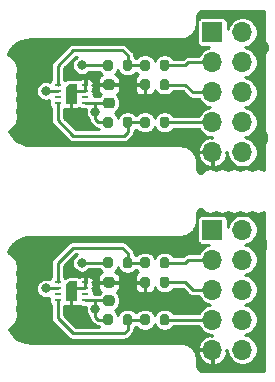
<source format=gbr>
%TF.GenerationSoftware,KiCad,Pcbnew,(5.1.9-0-10_14)*%
%TF.CreationDate,2021-03-23T19:07:49+01:00*%
%TF.ProjectId,itho_rv_sensor,6974686f-5f72-4765-9f73-656e736f722e,rev?*%
%TF.SameCoordinates,Original*%
%TF.FileFunction,Copper,L1,Top*%
%TF.FilePolarity,Positive*%
%FSLAX46Y46*%
G04 Gerber Fmt 4.6, Leading zero omitted, Abs format (unit mm)*
G04 Created by KiCad (PCBNEW (5.1.9-0-10_14)) date 2021-03-23 19:07:49*
%MOMM*%
%LPD*%
G01*
G04 APERTURE LIST*
%TA.AperFunction,ComponentPad*%
%ADD10R,1.700000X1.700000*%
%TD*%
%TA.AperFunction,ComponentPad*%
%ADD11O,1.700000X1.700000*%
%TD*%
%TA.AperFunction,SMDPad,CuDef*%
%ADD12C,0.100000*%
%TD*%
%TA.AperFunction,SMDPad,CuDef*%
%ADD13R,0.550000X0.250000*%
%TD*%
%TA.AperFunction,ViaPad*%
%ADD14C,0.800000*%
%TD*%
%TA.AperFunction,Conductor*%
%ADD15C,0.254000*%
%TD*%
%TA.AperFunction,Conductor*%
%ADD16C,0.100000*%
%TD*%
G04 APERTURE END LIST*
D10*
%TO.P,J1,1*%
%TO.N,+5V*%
X132080000Y-97028000D03*
D11*
%TO.P,J1,2*%
%TO.N,Net-(J1-Pad2)*%
X134620000Y-97028000D03*
%TO.P,J1,3*%
%TO.N,Net-(J1-Pad3)*%
X132080000Y-99568000D03*
%TO.P,J1,4*%
%TO.N,Net-(J1-Pad4)*%
X134620000Y-99568000D03*
%TO.P,J1,5*%
%TO.N,Net-(J1-Pad5)*%
X132080000Y-102108000D03*
%TO.P,J1,6*%
%TO.N,Net-(J1-Pad6)*%
X134620000Y-102108000D03*
%TO.P,J1,7*%
%TO.N,Net-(J1-Pad7)*%
X132080000Y-104648000D03*
%TO.P,J1,8*%
%TO.N,Net-(J1-Pad8)*%
X134620000Y-104648000D03*
%TO.P,J1,9*%
%TO.N,GND*%
X132080000Y-107188000D03*
%TO.P,J1,10*%
%TO.N,Net-(J1-Pad10)*%
X134620000Y-107188000D03*
%TD*%
%TA.AperFunction,SMDPad,CuDef*%
D12*
%TO.P,U1,9*%
%TO.N,GND*%
G36*
X120642000Y-103085000D02*
G01*
X119642000Y-103085000D01*
X119642000Y-101685000D01*
X119942000Y-101385000D01*
X120642000Y-101385000D01*
X120642000Y-103085000D01*
G37*
%TD.AperFunction*%
D13*
%TO.P,U1,8*%
X121317000Y-101485000D03*
%TO.P,U1,7*%
X121317000Y-101985000D03*
%TO.P,U1,6*%
%TO.N,Net-(U1-Pad6)*%
X121317000Y-102485000D03*
%TO.P,U1,5*%
%TO.N,+5V*%
X121317000Y-102985000D03*
%TO.P,U1,4*%
%TO.N,Net-(R1-Pad2)*%
X118967000Y-102985000D03*
%TO.P,U1,3*%
%TO.N,Net-(U1-Pad3)*%
X118967000Y-102485000D03*
%TO.P,U1,2*%
%TO.N,Net-(JP1-Pad2)*%
X118967000Y-101985000D03*
%TO.P,U1,1*%
%TO.N,Net-(R2-Pad2)*%
X118967000Y-101485000D03*
%TD*%
%TO.P,C1,1*%
%TO.N,+5V*%
%TA.AperFunction,SMDPad,CuDef*%
G36*
G01*
X123567000Y-103473000D02*
X123067000Y-103473000D01*
G75*
G02*
X122842000Y-103248000I0J225000D01*
G01*
X122842000Y-102798000D01*
G75*
G02*
X123067000Y-102573000I225000J0D01*
G01*
X123567000Y-102573000D01*
G75*
G02*
X123792000Y-102798000I0J-225000D01*
G01*
X123792000Y-103248000D01*
G75*
G02*
X123567000Y-103473000I-225000J0D01*
G01*
G37*
%TD.AperFunction*%
%TO.P,C1,2*%
%TO.N,GND*%
%TA.AperFunction,SMDPad,CuDef*%
G36*
G01*
X123567000Y-101923000D02*
X123067000Y-101923000D01*
G75*
G02*
X122842000Y-101698000I0J225000D01*
G01*
X122842000Y-101248000D01*
G75*
G02*
X123067000Y-101023000I225000J0D01*
G01*
X123567000Y-101023000D01*
G75*
G02*
X123792000Y-101248000I0J-225000D01*
G01*
X123792000Y-101698000D01*
G75*
G02*
X123567000Y-101923000I-225000J0D01*
G01*
G37*
%TD.AperFunction*%
%TD*%
%TO.P,R3,1*%
%TO.N,Net-(J1-Pad7)*%
%TA.AperFunction,SMDPad,CuDef*%
G36*
G01*
X128415000Y-104373000D02*
X128415000Y-104923000D01*
G75*
G02*
X128215000Y-105123000I-200000J0D01*
G01*
X127815000Y-105123000D01*
G75*
G02*
X127615000Y-104923000I0J200000D01*
G01*
X127615000Y-104373000D01*
G75*
G02*
X127815000Y-104173000I200000J0D01*
G01*
X128215000Y-104173000D01*
G75*
G02*
X128415000Y-104373000I0J-200000D01*
G01*
G37*
%TD.AperFunction*%
%TO.P,R3,2*%
%TO.N,Net-(R1-Pad2)*%
%TA.AperFunction,SMDPad,CuDef*%
G36*
G01*
X126765000Y-104373000D02*
X126765000Y-104923000D01*
G75*
G02*
X126565000Y-105123000I-200000J0D01*
G01*
X126165000Y-105123000D01*
G75*
G02*
X125965000Y-104923000I0J200000D01*
G01*
X125965000Y-104373000D01*
G75*
G02*
X126165000Y-104173000I200000J0D01*
G01*
X126565000Y-104173000D01*
G75*
G02*
X126765000Y-104373000I0J-200000D01*
G01*
G37*
%TD.AperFunction*%
%TD*%
%TO.P,R2,1*%
%TO.N,+5V*%
%TA.AperFunction,SMDPad,CuDef*%
G36*
G01*
X122854000Y-100097000D02*
X122854000Y-99547000D01*
G75*
G02*
X123054000Y-99347000I200000J0D01*
G01*
X123454000Y-99347000D01*
G75*
G02*
X123654000Y-99547000I0J-200000D01*
G01*
X123654000Y-100097000D01*
G75*
G02*
X123454000Y-100297000I-200000J0D01*
G01*
X123054000Y-100297000D01*
G75*
G02*
X122854000Y-100097000I0J200000D01*
G01*
G37*
%TD.AperFunction*%
%TO.P,R2,2*%
%TO.N,Net-(R2-Pad2)*%
%TA.AperFunction,SMDPad,CuDef*%
G36*
G01*
X124504000Y-100097000D02*
X124504000Y-99547000D01*
G75*
G02*
X124704000Y-99347000I200000J0D01*
G01*
X125104000Y-99347000D01*
G75*
G02*
X125304000Y-99547000I0J-200000D01*
G01*
X125304000Y-100097000D01*
G75*
G02*
X125104000Y-100297000I-200000J0D01*
G01*
X124704000Y-100297000D01*
G75*
G02*
X124504000Y-100097000I0J200000D01*
G01*
G37*
%TD.AperFunction*%
%TD*%
%TO.P,R1,1*%
%TO.N,+5V*%
%TA.AperFunction,SMDPad,CuDef*%
G36*
G01*
X122854000Y-104923000D02*
X122854000Y-104373000D01*
G75*
G02*
X123054000Y-104173000I200000J0D01*
G01*
X123454000Y-104173000D01*
G75*
G02*
X123654000Y-104373000I0J-200000D01*
G01*
X123654000Y-104923000D01*
G75*
G02*
X123454000Y-105123000I-200000J0D01*
G01*
X123054000Y-105123000D01*
G75*
G02*
X122854000Y-104923000I0J200000D01*
G01*
G37*
%TD.AperFunction*%
%TO.P,R1,2*%
%TO.N,Net-(R1-Pad2)*%
%TA.AperFunction,SMDPad,CuDef*%
G36*
G01*
X124504000Y-104923000D02*
X124504000Y-104373000D01*
G75*
G02*
X124704000Y-104173000I200000J0D01*
G01*
X125104000Y-104173000D01*
G75*
G02*
X125304000Y-104373000I0J-200000D01*
G01*
X125304000Y-104923000D01*
G75*
G02*
X125104000Y-105123000I-200000J0D01*
G01*
X124704000Y-105123000D01*
G75*
G02*
X124504000Y-104923000I0J200000D01*
G01*
G37*
%TD.AperFunction*%
%TD*%
%TO.P,R5,1*%
%TO.N,Net-(J1-Pad5)*%
%TA.AperFunction,SMDPad,CuDef*%
G36*
G01*
X128415000Y-101198000D02*
X128415000Y-101748000D01*
G75*
G02*
X128215000Y-101948000I-200000J0D01*
G01*
X127815000Y-101948000D01*
G75*
G02*
X127615000Y-101748000I0J200000D01*
G01*
X127615000Y-101198000D01*
G75*
G02*
X127815000Y-100998000I200000J0D01*
G01*
X128215000Y-100998000D01*
G75*
G02*
X128415000Y-101198000I0J-200000D01*
G01*
G37*
%TD.AperFunction*%
%TO.P,R5,2*%
%TO.N,GND*%
%TA.AperFunction,SMDPad,CuDef*%
G36*
G01*
X126765000Y-101198000D02*
X126765000Y-101748000D01*
G75*
G02*
X126565000Y-101948000I-200000J0D01*
G01*
X126165000Y-101948000D01*
G75*
G02*
X125965000Y-101748000I0J200000D01*
G01*
X125965000Y-101198000D01*
G75*
G02*
X126165000Y-100998000I200000J0D01*
G01*
X126565000Y-100998000D01*
G75*
G02*
X126765000Y-101198000I0J-200000D01*
G01*
G37*
%TD.AperFunction*%
%TD*%
%TO.P,R4,1*%
%TO.N,Net-(R2-Pad2)*%
%TA.AperFunction,SMDPad,CuDef*%
G36*
G01*
X125966000Y-100097000D02*
X125966000Y-99547000D01*
G75*
G02*
X126166000Y-99347000I200000J0D01*
G01*
X126566000Y-99347000D01*
G75*
G02*
X126766000Y-99547000I0J-200000D01*
G01*
X126766000Y-100097000D01*
G75*
G02*
X126566000Y-100297000I-200000J0D01*
G01*
X126166000Y-100297000D01*
G75*
G02*
X125966000Y-100097000I0J200000D01*
G01*
G37*
%TD.AperFunction*%
%TO.P,R4,2*%
%TO.N,Net-(J1-Pad3)*%
%TA.AperFunction,SMDPad,CuDef*%
G36*
G01*
X127616000Y-100097000D02*
X127616000Y-99547000D01*
G75*
G02*
X127816000Y-99347000I200000J0D01*
G01*
X128216000Y-99347000D01*
G75*
G02*
X128416000Y-99547000I0J-200000D01*
G01*
X128416000Y-100097000D01*
G75*
G02*
X128216000Y-100297000I-200000J0D01*
G01*
X127816000Y-100297000D01*
G75*
G02*
X127616000Y-100097000I0J200000D01*
G01*
G37*
%TD.AperFunction*%
%TD*%
%TO.P,R5,2*%
%TO.N,GND*%
%TA.AperFunction,SMDPad,CuDef*%
G36*
G01*
X126765000Y-84468000D02*
X126765000Y-85018000D01*
G75*
G02*
X126565000Y-85218000I-200000J0D01*
G01*
X126165000Y-85218000D01*
G75*
G02*
X125965000Y-85018000I0J200000D01*
G01*
X125965000Y-84468000D01*
G75*
G02*
X126165000Y-84268000I200000J0D01*
G01*
X126565000Y-84268000D01*
G75*
G02*
X126765000Y-84468000I0J-200000D01*
G01*
G37*
%TD.AperFunction*%
%TO.P,R5,1*%
%TO.N,Net-(J1-Pad5)*%
%TA.AperFunction,SMDPad,CuDef*%
G36*
G01*
X128415000Y-84468000D02*
X128415000Y-85018000D01*
G75*
G02*
X128215000Y-85218000I-200000J0D01*
G01*
X127815000Y-85218000D01*
G75*
G02*
X127615000Y-85018000I0J200000D01*
G01*
X127615000Y-84468000D01*
G75*
G02*
X127815000Y-84268000I200000J0D01*
G01*
X128215000Y-84268000D01*
G75*
G02*
X128415000Y-84468000I0J-200000D01*
G01*
G37*
%TD.AperFunction*%
%TD*%
%TO.P,R4,2*%
%TO.N,Net-(J1-Pad3)*%
%TA.AperFunction,SMDPad,CuDef*%
G36*
G01*
X127616000Y-83367000D02*
X127616000Y-82817000D01*
G75*
G02*
X127816000Y-82617000I200000J0D01*
G01*
X128216000Y-82617000D01*
G75*
G02*
X128416000Y-82817000I0J-200000D01*
G01*
X128416000Y-83367000D01*
G75*
G02*
X128216000Y-83567000I-200000J0D01*
G01*
X127816000Y-83567000D01*
G75*
G02*
X127616000Y-83367000I0J200000D01*
G01*
G37*
%TD.AperFunction*%
%TO.P,R4,1*%
%TO.N,Net-(R2-Pad2)*%
%TA.AperFunction,SMDPad,CuDef*%
G36*
G01*
X125966000Y-83367000D02*
X125966000Y-82817000D01*
G75*
G02*
X126166000Y-82617000I200000J0D01*
G01*
X126566000Y-82617000D01*
G75*
G02*
X126766000Y-82817000I0J-200000D01*
G01*
X126766000Y-83367000D01*
G75*
G02*
X126566000Y-83567000I-200000J0D01*
G01*
X126166000Y-83567000D01*
G75*
G02*
X125966000Y-83367000I0J200000D01*
G01*
G37*
%TD.AperFunction*%
%TD*%
%TO.P,R3,2*%
%TO.N,Net-(R1-Pad2)*%
%TA.AperFunction,SMDPad,CuDef*%
G36*
G01*
X126765000Y-87643000D02*
X126765000Y-88193000D01*
G75*
G02*
X126565000Y-88393000I-200000J0D01*
G01*
X126165000Y-88393000D01*
G75*
G02*
X125965000Y-88193000I0J200000D01*
G01*
X125965000Y-87643000D01*
G75*
G02*
X126165000Y-87443000I200000J0D01*
G01*
X126565000Y-87443000D01*
G75*
G02*
X126765000Y-87643000I0J-200000D01*
G01*
G37*
%TD.AperFunction*%
%TO.P,R3,1*%
%TO.N,Net-(J1-Pad7)*%
%TA.AperFunction,SMDPad,CuDef*%
G36*
G01*
X128415000Y-87643000D02*
X128415000Y-88193000D01*
G75*
G02*
X128215000Y-88393000I-200000J0D01*
G01*
X127815000Y-88393000D01*
G75*
G02*
X127615000Y-88193000I0J200000D01*
G01*
X127615000Y-87643000D01*
G75*
G02*
X127815000Y-87443000I200000J0D01*
G01*
X128215000Y-87443000D01*
G75*
G02*
X128415000Y-87643000I0J-200000D01*
G01*
G37*
%TD.AperFunction*%
%TD*%
%TO.P,R2,2*%
%TO.N,Net-(R2-Pad2)*%
%TA.AperFunction,SMDPad,CuDef*%
G36*
G01*
X124504000Y-83367000D02*
X124504000Y-82817000D01*
G75*
G02*
X124704000Y-82617000I200000J0D01*
G01*
X125104000Y-82617000D01*
G75*
G02*
X125304000Y-82817000I0J-200000D01*
G01*
X125304000Y-83367000D01*
G75*
G02*
X125104000Y-83567000I-200000J0D01*
G01*
X124704000Y-83567000D01*
G75*
G02*
X124504000Y-83367000I0J200000D01*
G01*
G37*
%TD.AperFunction*%
%TO.P,R2,1*%
%TO.N,+5V*%
%TA.AperFunction,SMDPad,CuDef*%
G36*
G01*
X122854000Y-83367000D02*
X122854000Y-82817000D01*
G75*
G02*
X123054000Y-82617000I200000J0D01*
G01*
X123454000Y-82617000D01*
G75*
G02*
X123654000Y-82817000I0J-200000D01*
G01*
X123654000Y-83367000D01*
G75*
G02*
X123454000Y-83567000I-200000J0D01*
G01*
X123054000Y-83567000D01*
G75*
G02*
X122854000Y-83367000I0J200000D01*
G01*
G37*
%TD.AperFunction*%
%TD*%
%TO.P,R1,2*%
%TO.N,Net-(R1-Pad2)*%
%TA.AperFunction,SMDPad,CuDef*%
G36*
G01*
X124504000Y-88193000D02*
X124504000Y-87643000D01*
G75*
G02*
X124704000Y-87443000I200000J0D01*
G01*
X125104000Y-87443000D01*
G75*
G02*
X125304000Y-87643000I0J-200000D01*
G01*
X125304000Y-88193000D01*
G75*
G02*
X125104000Y-88393000I-200000J0D01*
G01*
X124704000Y-88393000D01*
G75*
G02*
X124504000Y-88193000I0J200000D01*
G01*
G37*
%TD.AperFunction*%
%TO.P,R1,1*%
%TO.N,+5V*%
%TA.AperFunction,SMDPad,CuDef*%
G36*
G01*
X122854000Y-88193000D02*
X122854000Y-87643000D01*
G75*
G02*
X123054000Y-87443000I200000J0D01*
G01*
X123454000Y-87443000D01*
G75*
G02*
X123654000Y-87643000I0J-200000D01*
G01*
X123654000Y-88193000D01*
G75*
G02*
X123454000Y-88393000I-200000J0D01*
G01*
X123054000Y-88393000D01*
G75*
G02*
X122854000Y-88193000I0J200000D01*
G01*
G37*
%TD.AperFunction*%
%TD*%
%TO.P,C1,2*%
%TO.N,GND*%
%TA.AperFunction,SMDPad,CuDef*%
G36*
G01*
X123567000Y-85193000D02*
X123067000Y-85193000D01*
G75*
G02*
X122842000Y-84968000I0J225000D01*
G01*
X122842000Y-84518000D01*
G75*
G02*
X123067000Y-84293000I225000J0D01*
G01*
X123567000Y-84293000D01*
G75*
G02*
X123792000Y-84518000I0J-225000D01*
G01*
X123792000Y-84968000D01*
G75*
G02*
X123567000Y-85193000I-225000J0D01*
G01*
G37*
%TD.AperFunction*%
%TO.P,C1,1*%
%TO.N,+5V*%
%TA.AperFunction,SMDPad,CuDef*%
G36*
G01*
X123567000Y-86743000D02*
X123067000Y-86743000D01*
G75*
G02*
X122842000Y-86518000I0J225000D01*
G01*
X122842000Y-86068000D01*
G75*
G02*
X123067000Y-85843000I225000J0D01*
G01*
X123567000Y-85843000D01*
G75*
G02*
X123792000Y-86068000I0J-225000D01*
G01*
X123792000Y-86518000D01*
G75*
G02*
X123567000Y-86743000I-225000J0D01*
G01*
G37*
%TD.AperFunction*%
%TD*%
%TO.P,U1,1*%
%TO.N,Net-(R2-Pad2)*%
X118967000Y-84755000D03*
%TO.P,U1,2*%
%TO.N,Net-(JP1-Pad2)*%
X118967000Y-85255000D03*
%TO.P,U1,3*%
%TO.N,Net-(U1-Pad3)*%
X118967000Y-85755000D03*
%TO.P,U1,4*%
%TO.N,Net-(R1-Pad2)*%
X118967000Y-86255000D03*
%TO.P,U1,5*%
%TO.N,+5V*%
X121317000Y-86255000D03*
%TO.P,U1,6*%
%TO.N,Net-(U1-Pad6)*%
X121317000Y-85755000D03*
%TO.P,U1,7*%
%TO.N,GND*%
X121317000Y-85255000D03*
%TO.P,U1,8*%
X121317000Y-84755000D03*
%TA.AperFunction,SMDPad,CuDef*%
D12*
%TO.P,U1,9*%
G36*
X120642000Y-86355000D02*
G01*
X119642000Y-86355000D01*
X119642000Y-84955000D01*
X119942000Y-84655000D01*
X120642000Y-84655000D01*
X120642000Y-86355000D01*
G37*
%TD.AperFunction*%
%TD*%
D11*
%TO.P,J1,10*%
%TO.N,Net-(J1-Pad10)*%
X134620000Y-90458000D03*
%TO.P,J1,9*%
%TO.N,GND*%
X132080000Y-90458000D03*
%TO.P,J1,8*%
%TO.N,Net-(J1-Pad8)*%
X134620000Y-87918000D03*
%TO.P,J1,7*%
%TO.N,Net-(J1-Pad7)*%
X132080000Y-87918000D03*
%TO.P,J1,6*%
%TO.N,Net-(J1-Pad6)*%
X134620000Y-85378000D03*
%TO.P,J1,5*%
%TO.N,Net-(J1-Pad5)*%
X132080000Y-85378000D03*
%TO.P,J1,4*%
%TO.N,Net-(J1-Pad4)*%
X134620000Y-82838000D03*
%TO.P,J1,3*%
%TO.N,Net-(J1-Pad3)*%
X132080000Y-82838000D03*
%TO.P,J1,2*%
%TO.N,Net-(J1-Pad2)*%
X134620000Y-80298000D03*
D10*
%TO.P,J1,1*%
%TO.N,+5V*%
X132080000Y-80298000D03*
%TD*%
D14*
%TO.N,Net-(JP1-Pad2)*%
X117973000Y-85265000D03*
X117973000Y-101995000D03*
%TO.N,GND*%
X122174000Y-100965000D03*
X122174000Y-84235000D03*
%TO.N,+5V*%
X122174000Y-87029000D03*
X121031000Y-83092000D03*
X122174000Y-103759000D03*
X121031000Y-99822000D03*
%TD*%
D15*
%TO.N,Net-(J1-Pad7)*%
X128015000Y-87918000D02*
X132080000Y-87918000D01*
X128015000Y-104648000D02*
X132080000Y-104648000D01*
%TO.N,Net-(J1-Pad5)*%
X130429000Y-85378000D02*
X132080000Y-85378000D01*
X129794000Y-84743000D02*
X130429000Y-85378000D01*
X128015000Y-84743000D02*
X129794000Y-84743000D01*
X130429000Y-102108000D02*
X132080000Y-102108000D01*
X129794000Y-101473000D02*
X130429000Y-102108000D01*
X128015000Y-101473000D02*
X129794000Y-101473000D01*
%TO.N,Net-(J1-Pad3)*%
X131826000Y-83092000D02*
X132080000Y-82838000D01*
X128016000Y-83092000D02*
X129794000Y-83092000D01*
X130048000Y-82838000D02*
X132080000Y-82838000D01*
X129794000Y-83092000D02*
X130048000Y-82838000D01*
X131826000Y-99822000D02*
X132080000Y-99568000D01*
X128016000Y-99822000D02*
X129794000Y-99822000D01*
X130048000Y-99568000D02*
X132080000Y-99568000D01*
X129794000Y-99822000D02*
X130048000Y-99568000D01*
%TO.N,Net-(JP1-Pad2)*%
X118183000Y-85255000D02*
X118173000Y-85265000D01*
X117983000Y-85255000D02*
X117973000Y-85265000D01*
X118967000Y-85255000D02*
X117983000Y-85255000D01*
X118183000Y-101985000D02*
X118173000Y-101995000D01*
X118967000Y-101985000D02*
X117983000Y-101985000D01*
X117983000Y-101985000D02*
X117973000Y-101995000D01*
%TO.N,Net-(R1-Pad2)*%
X126365000Y-87918000D02*
X124904000Y-87918000D01*
X120269000Y-89061000D02*
X118967000Y-87759000D01*
X124904000Y-87918000D02*
X124904000Y-88744000D01*
X124904000Y-88744000D02*
X124587000Y-89061000D01*
X124587000Y-89061000D02*
X120269000Y-89061000D01*
X118967000Y-87759000D02*
X118967000Y-86255000D01*
X126365000Y-104648000D02*
X124904000Y-104648000D01*
X120269000Y-105791000D02*
X118967000Y-104489000D01*
X124904000Y-104648000D02*
X124904000Y-105474000D01*
X124904000Y-105474000D02*
X124587000Y-105791000D01*
X124587000Y-105791000D02*
X120269000Y-105791000D01*
X118967000Y-104489000D02*
X118967000Y-102985000D01*
%TO.N,Net-(R2-Pad2)*%
X126366000Y-83092000D02*
X124904000Y-83092000D01*
X120269000Y-81822000D02*
X124460000Y-81822000D01*
X118967000Y-84755000D02*
X118967000Y-83124000D01*
X124460000Y-81822000D02*
X124904000Y-82266000D01*
X118967000Y-83124000D02*
X120269000Y-81822000D01*
X124904000Y-82266000D02*
X124904000Y-83092000D01*
X126366000Y-99822000D02*
X124904000Y-99822000D01*
X120269000Y-98552000D02*
X124460000Y-98552000D01*
X118967000Y-101485000D02*
X118967000Y-99854000D01*
X124460000Y-98552000D02*
X124904000Y-98996000D01*
X118967000Y-99854000D02*
X120269000Y-98552000D01*
X124904000Y-98996000D02*
X124904000Y-99822000D01*
%TO.N,GND*%
X120392000Y-85255000D02*
X120142000Y-85505000D01*
X121317000Y-85255000D02*
X120392000Y-85255000D01*
X121317000Y-84755000D02*
X121317000Y-85255000D01*
X120142000Y-85505000D02*
X120142000Y-87234000D01*
X120392000Y-101985000D02*
X120142000Y-102235000D01*
X121317000Y-101985000D02*
X120392000Y-101985000D01*
X121317000Y-101485000D02*
X121317000Y-101985000D01*
X120142000Y-102235000D02*
X120142000Y-103964000D01*
%TO.N,+5V*%
X123254000Y-83092000D02*
X121031000Y-83092000D01*
X123254000Y-87918000D02*
X123063000Y-87918000D01*
X123279000Y-86255000D02*
X123317000Y-86293000D01*
X122162000Y-87017000D02*
X122174000Y-87029000D01*
X122162000Y-86255000D02*
X122162000Y-87017000D01*
X121317000Y-86255000D02*
X122162000Y-86255000D01*
X122162000Y-86255000D02*
X123279000Y-86255000D01*
X122174000Y-87029000D02*
X122174000Y-87664000D01*
X122428000Y-87918000D02*
X123254000Y-87918000D01*
X122174000Y-87664000D02*
X122428000Y-87918000D01*
X123254000Y-99822000D02*
X121031000Y-99822000D01*
X123254000Y-104648000D02*
X123063000Y-104648000D01*
X123279000Y-102985000D02*
X123317000Y-103023000D01*
X122162000Y-103747000D02*
X122174000Y-103759000D01*
X122162000Y-102985000D02*
X122162000Y-103747000D01*
X121317000Y-102985000D02*
X122162000Y-102985000D01*
X122162000Y-102985000D02*
X123279000Y-102985000D01*
X122174000Y-103759000D02*
X122174000Y-104394000D01*
X122428000Y-104648000D02*
X123254000Y-104648000D01*
X122174000Y-104394000D02*
X122428000Y-104648000D01*
%TD*%
%TO.N,GND*%
X131224790Y-95351055D02*
X131346945Y-95473210D01*
X131490585Y-95569187D01*
X131650189Y-95635297D01*
X131819623Y-95669000D01*
X131992377Y-95669000D01*
X132161811Y-95635297D01*
X132321415Y-95569187D01*
X132406000Y-95512669D01*
X132490585Y-95569187D01*
X132650189Y-95635297D01*
X132819623Y-95669000D01*
X132992377Y-95669000D01*
X133161811Y-95635297D01*
X133321415Y-95569187D01*
X133406000Y-95512669D01*
X133490585Y-95569187D01*
X133650189Y-95635297D01*
X133819623Y-95669000D01*
X133992377Y-95669000D01*
X134161811Y-95635297D01*
X134321415Y-95569187D01*
X134406000Y-95512669D01*
X134490585Y-95569187D01*
X134650189Y-95635297D01*
X134819623Y-95669000D01*
X134992377Y-95669000D01*
X135161811Y-95635297D01*
X135321415Y-95569187D01*
X135406000Y-95512669D01*
X135490585Y-95569187D01*
X135650189Y-95635297D01*
X135819623Y-95669000D01*
X135992377Y-95669000D01*
X136161811Y-95635297D01*
X136321415Y-95569187D01*
X136449201Y-95483803D01*
X136449200Y-97640562D01*
X136446990Y-97663000D01*
X136455810Y-97752548D01*
X136481930Y-97838656D01*
X136524347Y-97918012D01*
X136556336Y-97956990D01*
X136548617Y-98648415D01*
X136524347Y-98677988D01*
X136481930Y-98757344D01*
X136455810Y-98843452D01*
X136446990Y-98933000D01*
X136449201Y-98955448D01*
X136449200Y-105260562D01*
X136446990Y-105283000D01*
X136455810Y-105372548D01*
X136472922Y-105428961D01*
X136461586Y-106444410D01*
X136455810Y-106463452D01*
X136446990Y-106553000D01*
X136449201Y-106575448D01*
X136449201Y-107553881D01*
X136432865Y-109017200D01*
X131340343Y-109017200D01*
X131209808Y-109004401D01*
X131105738Y-108972981D01*
X131009755Y-108921945D01*
X130925514Y-108853240D01*
X130856219Y-108769477D01*
X130804515Y-108673852D01*
X130772368Y-108570003D01*
X130758800Y-108440911D01*
X130758800Y-107927562D01*
X130756859Y-107907855D01*
X130756897Y-107902393D01*
X130756276Y-107896045D01*
X130738140Y-107723493D01*
X130729809Y-107682908D01*
X130722056Y-107642268D01*
X130720213Y-107636162D01*
X130668907Y-107470420D01*
X130652871Y-107432273D01*
X130645313Y-107413566D01*
X130818203Y-107413566D01*
X130827931Y-107462473D01*
X130905536Y-107701466D01*
X131028275Y-107920727D01*
X131191431Y-108111829D01*
X131388735Y-108267429D01*
X131612604Y-108381547D01*
X131854434Y-108449798D01*
X132054600Y-108361599D01*
X132054600Y-107213400D01*
X130906425Y-107213400D01*
X130818203Y-107413566D01*
X130645313Y-107413566D01*
X130637353Y-107393865D01*
X130634359Y-107388233D01*
X130551837Y-107235613D01*
X130528690Y-107201297D01*
X130506016Y-107166647D01*
X130501985Y-107161704D01*
X130391391Y-107028018D01*
X130362025Y-106998856D01*
X130333046Y-106969264D01*
X130328131Y-106965198D01*
X130193676Y-106855539D01*
X130159179Y-106832619D01*
X130125030Y-106809237D01*
X130119420Y-106806202D01*
X129966226Y-106724748D01*
X129927941Y-106708969D01*
X129889894Y-106692662D01*
X129883802Y-106690775D01*
X129717704Y-106640627D01*
X129677111Y-106632590D01*
X129636593Y-106623978D01*
X129630250Y-106623311D01*
X129457576Y-106606380D01*
X129457571Y-106606380D01*
X129435438Y-106604200D01*
X116735343Y-106604200D01*
X116308794Y-106562376D01*
X115919989Y-106444989D01*
X115561385Y-106254317D01*
X115246650Y-105997624D01*
X114987763Y-105684683D01*
X114848166Y-105426502D01*
X114875254Y-105415282D01*
X115100787Y-105264586D01*
X115292586Y-105072787D01*
X115443282Y-104847254D01*
X115547083Y-104596656D01*
X115600000Y-104330623D01*
X115600000Y-104059377D01*
X115547083Y-103793344D01*
X115506348Y-103695000D01*
X115547083Y-103596656D01*
X115600000Y-103330623D01*
X115600000Y-103059377D01*
X115547083Y-102793344D01*
X115506348Y-102695000D01*
X115547083Y-102596656D01*
X115600000Y-102330623D01*
X115600000Y-102059377D01*
X115570899Y-101913075D01*
X117141200Y-101913075D01*
X117141200Y-102076925D01*
X117173165Y-102237627D01*
X117235868Y-102389005D01*
X117326899Y-102525242D01*
X117442758Y-102641101D01*
X117578995Y-102732132D01*
X117730373Y-102794835D01*
X117891075Y-102826800D01*
X118054925Y-102826800D01*
X118215627Y-102794835D01*
X118266992Y-102773559D01*
X118266448Y-102775352D01*
X118258111Y-102860000D01*
X118258111Y-103110000D01*
X118266448Y-103194648D01*
X118291139Y-103276042D01*
X118331234Y-103351056D01*
X118385194Y-103416806D01*
X118408201Y-103435687D01*
X118408200Y-104461558D01*
X118405497Y-104489000D01*
X118408200Y-104516442D01*
X118408200Y-104516443D01*
X118416286Y-104598543D01*
X118448239Y-104703877D01*
X118500127Y-104800954D01*
X118569957Y-104886043D01*
X118591281Y-104903543D01*
X119854462Y-106166725D01*
X119871957Y-106188043D01*
X119957046Y-106257873D01*
X120054122Y-106309761D01*
X120159456Y-106341714D01*
X120241556Y-106349800D01*
X120241557Y-106349800D01*
X120268999Y-106352503D01*
X120296441Y-106349800D01*
X124559558Y-106349800D01*
X124587000Y-106352503D01*
X124614442Y-106349800D01*
X124614444Y-106349800D01*
X124696544Y-106341714D01*
X124801878Y-106309761D01*
X124898954Y-106257873D01*
X124984043Y-106188043D01*
X125001543Y-106166719D01*
X125279719Y-105888543D01*
X125301043Y-105871043D01*
X125354200Y-105806270D01*
X125370873Y-105785955D01*
X125422761Y-105688878D01*
X125454714Y-105583545D01*
X125465503Y-105474000D01*
X125462800Y-105446556D01*
X125462800Y-105444618D01*
X125552227Y-105371227D01*
X125631059Y-105275170D01*
X125634500Y-105268732D01*
X125637941Y-105275170D01*
X125716773Y-105371227D01*
X125812830Y-105450059D01*
X125922421Y-105508637D01*
X126041334Y-105544709D01*
X126165000Y-105556889D01*
X126565000Y-105556889D01*
X126688666Y-105544709D01*
X126807579Y-105508637D01*
X126917170Y-105450059D01*
X127013227Y-105371227D01*
X127092059Y-105275170D01*
X127150637Y-105165579D01*
X127186709Y-105046666D01*
X127190000Y-105013252D01*
X127193291Y-105046666D01*
X127229363Y-105165579D01*
X127287941Y-105275170D01*
X127366773Y-105371227D01*
X127462830Y-105450059D01*
X127572421Y-105508637D01*
X127691334Y-105544709D01*
X127815000Y-105556889D01*
X128215000Y-105556889D01*
X128338666Y-105544709D01*
X128457579Y-105508637D01*
X128567170Y-105450059D01*
X128663227Y-105371227D01*
X128742059Y-105275170D01*
X128778604Y-105206800D01*
X130924053Y-105206800D01*
X130944084Y-105255160D01*
X131084361Y-105465100D01*
X131262900Y-105643639D01*
X131472840Y-105783916D01*
X131706113Y-105880541D01*
X131953754Y-105929800D01*
X132054598Y-105929800D01*
X132054598Y-106014400D01*
X131854434Y-105926202D01*
X131612604Y-105994453D01*
X131388735Y-106108571D01*
X131191431Y-106264171D01*
X131028275Y-106455273D01*
X130905536Y-106674534D01*
X130827931Y-106913527D01*
X130818203Y-106962434D01*
X130906425Y-107162600D01*
X132054600Y-107162600D01*
X132054600Y-107142600D01*
X132105400Y-107142600D01*
X132105400Y-107162600D01*
X132125400Y-107162600D01*
X132125400Y-107213400D01*
X132105400Y-107213400D01*
X132105400Y-108361599D01*
X132305566Y-108449798D01*
X132547396Y-108381547D01*
X132771265Y-108267429D01*
X132968569Y-108111829D01*
X133131725Y-107920727D01*
X133254464Y-107701466D01*
X133332069Y-107462473D01*
X133341797Y-107413566D01*
X133253576Y-107213402D01*
X133338200Y-107213402D01*
X133338200Y-107314246D01*
X133387459Y-107561887D01*
X133484084Y-107795160D01*
X133624361Y-108005100D01*
X133802900Y-108183639D01*
X134012840Y-108323916D01*
X134246113Y-108420541D01*
X134493754Y-108469800D01*
X134746246Y-108469800D01*
X134993887Y-108420541D01*
X135227160Y-108323916D01*
X135437100Y-108183639D01*
X135615639Y-108005100D01*
X135755916Y-107795160D01*
X135852541Y-107561887D01*
X135901800Y-107314246D01*
X135901800Y-107061754D01*
X135852541Y-106814113D01*
X135755916Y-106580840D01*
X135615639Y-106370900D01*
X135437100Y-106192361D01*
X135227160Y-106052084D01*
X134993887Y-105955459D01*
X134805568Y-105918000D01*
X134993887Y-105880541D01*
X135227160Y-105783916D01*
X135437100Y-105643639D01*
X135615639Y-105465100D01*
X135755916Y-105255160D01*
X135852541Y-105021887D01*
X135901800Y-104774246D01*
X135901800Y-104521754D01*
X135852541Y-104274113D01*
X135755916Y-104040840D01*
X135615639Y-103830900D01*
X135437100Y-103652361D01*
X135227160Y-103512084D01*
X134993887Y-103415459D01*
X134805568Y-103378000D01*
X134993887Y-103340541D01*
X135227160Y-103243916D01*
X135437100Y-103103639D01*
X135615639Y-102925100D01*
X135755916Y-102715160D01*
X135852541Y-102481887D01*
X135901800Y-102234246D01*
X135901800Y-101981754D01*
X135852541Y-101734113D01*
X135755916Y-101500840D01*
X135615639Y-101290900D01*
X135437100Y-101112361D01*
X135227160Y-100972084D01*
X134993887Y-100875459D01*
X134805568Y-100838000D01*
X134993887Y-100800541D01*
X135227160Y-100703916D01*
X135437100Y-100563639D01*
X135615639Y-100385100D01*
X135755916Y-100175160D01*
X135852541Y-99941887D01*
X135901800Y-99694246D01*
X135901800Y-99441754D01*
X135852541Y-99194113D01*
X135755916Y-98960840D01*
X135615639Y-98750900D01*
X135437100Y-98572361D01*
X135227160Y-98432084D01*
X134993887Y-98335459D01*
X134805568Y-98298000D01*
X134993887Y-98260541D01*
X135227160Y-98163916D01*
X135437100Y-98023639D01*
X135615639Y-97845100D01*
X135755916Y-97635160D01*
X135852541Y-97401887D01*
X135901800Y-97154246D01*
X135901800Y-96901754D01*
X135852541Y-96654113D01*
X135755916Y-96420840D01*
X135615639Y-96210900D01*
X135437100Y-96032361D01*
X135227160Y-95892084D01*
X134993887Y-95795459D01*
X134746246Y-95746200D01*
X134493754Y-95746200D01*
X134246113Y-95795459D01*
X134012840Y-95892084D01*
X133802900Y-96032361D01*
X133624361Y-96210900D01*
X133484084Y-96420840D01*
X133387459Y-96654113D01*
X133363889Y-96772607D01*
X133363889Y-96178000D01*
X133355552Y-96093352D01*
X133330861Y-96011958D01*
X133290766Y-95936944D01*
X133236806Y-95871194D01*
X133171056Y-95817234D01*
X133096042Y-95777139D01*
X133014648Y-95752448D01*
X132930000Y-95744111D01*
X131230000Y-95744111D01*
X131145352Y-95752448D01*
X131063958Y-95777139D01*
X130988944Y-95817234D01*
X130923194Y-95871194D01*
X130869234Y-95936944D01*
X130829139Y-96011958D01*
X130804448Y-96093352D01*
X130796111Y-96178000D01*
X130796111Y-97878000D01*
X130804448Y-97962648D01*
X130829139Y-98044042D01*
X130869234Y-98119056D01*
X130923194Y-98184806D01*
X130988944Y-98238766D01*
X131063958Y-98278861D01*
X131145352Y-98303552D01*
X131230000Y-98311889D01*
X131824607Y-98311889D01*
X131706113Y-98335459D01*
X131472840Y-98432084D01*
X131262900Y-98572361D01*
X131084361Y-98750900D01*
X130944084Y-98960840D01*
X130924053Y-99009200D01*
X130075441Y-99009200D01*
X130047999Y-99006497D01*
X130020557Y-99009200D01*
X130020556Y-99009200D01*
X129938456Y-99017286D01*
X129833122Y-99049239D01*
X129736046Y-99101127D01*
X129650957Y-99170957D01*
X129633453Y-99192286D01*
X129562539Y-99263200D01*
X128779604Y-99263200D01*
X128743059Y-99194830D01*
X128664227Y-99098773D01*
X128568170Y-99019941D01*
X128458579Y-98961363D01*
X128339666Y-98925291D01*
X128216000Y-98913111D01*
X127816000Y-98913111D01*
X127692334Y-98925291D01*
X127573421Y-98961363D01*
X127463830Y-99019941D01*
X127367773Y-99098773D01*
X127288941Y-99194830D01*
X127230363Y-99304421D01*
X127194291Y-99423334D01*
X127191000Y-99456748D01*
X127187709Y-99423334D01*
X127151637Y-99304421D01*
X127093059Y-99194830D01*
X127014227Y-99098773D01*
X126918170Y-99019941D01*
X126808579Y-98961363D01*
X126689666Y-98925291D01*
X126566000Y-98913111D01*
X126166000Y-98913111D01*
X126042334Y-98925291D01*
X125923421Y-98961363D01*
X125813830Y-99019941D01*
X125717773Y-99098773D01*
X125638941Y-99194830D01*
X125635000Y-99202203D01*
X125631059Y-99194830D01*
X125552227Y-99098773D01*
X125462800Y-99025382D01*
X125462800Y-99023442D01*
X125465503Y-98996000D01*
X125462800Y-98968556D01*
X125454714Y-98886456D01*
X125422761Y-98781122D01*
X125417701Y-98771656D01*
X125370873Y-98684045D01*
X125318537Y-98620274D01*
X125301043Y-98598957D01*
X125279724Y-98581461D01*
X124874542Y-98176280D01*
X124857043Y-98154957D01*
X124771954Y-98085127D01*
X124674878Y-98033239D01*
X124569544Y-98001286D01*
X124487444Y-97993200D01*
X124487442Y-97993200D01*
X124460000Y-97990497D01*
X124432558Y-97993200D01*
X120296441Y-97993200D01*
X120268999Y-97990497D01*
X120241557Y-97993200D01*
X120241556Y-97993200D01*
X120159456Y-98001286D01*
X120054122Y-98033239D01*
X119957046Y-98085127D01*
X119871957Y-98154957D01*
X119854462Y-98176275D01*
X118591276Y-99439462D01*
X118569958Y-99456957D01*
X118552463Y-99478275D01*
X118500128Y-99542046D01*
X118448239Y-99639123D01*
X118416287Y-99744456D01*
X118405497Y-99854000D01*
X118408201Y-99881452D01*
X118408200Y-101034313D01*
X118385194Y-101053194D01*
X118331234Y-101118944D01*
X118291139Y-101193958D01*
X118282385Y-101222817D01*
X118215627Y-101195165D01*
X118054925Y-101163200D01*
X117891075Y-101163200D01*
X117730373Y-101195165D01*
X117578995Y-101257868D01*
X117442758Y-101348899D01*
X117326899Y-101464758D01*
X117235868Y-101600995D01*
X117173165Y-101752373D01*
X117141200Y-101913075D01*
X115570899Y-101913075D01*
X115547083Y-101793344D01*
X115506348Y-101695000D01*
X115547083Y-101596656D01*
X115600000Y-101330623D01*
X115600000Y-101059377D01*
X115547083Y-100793344D01*
X115506348Y-100695000D01*
X115547083Y-100596656D01*
X115600000Y-100330623D01*
X115600000Y-100059377D01*
X115547083Y-99793344D01*
X115443282Y-99542746D01*
X115292586Y-99317213D01*
X115100787Y-99125414D01*
X114875254Y-98974718D01*
X114779080Y-98934882D01*
X114789012Y-98901986D01*
X114979682Y-98543389D01*
X115236376Y-98228650D01*
X115549317Y-97969763D01*
X115906574Y-97776595D01*
X116294553Y-97656495D01*
X116719802Y-97611800D01*
X129435438Y-97611800D01*
X129455136Y-97609860D01*
X129460607Y-97609898D01*
X129466955Y-97609276D01*
X129639506Y-97591140D01*
X129680092Y-97582809D01*
X129720731Y-97575056D01*
X129726837Y-97573213D01*
X129892580Y-97521907D01*
X129930715Y-97505876D01*
X129969135Y-97490353D01*
X129974766Y-97487359D01*
X130127387Y-97404837D01*
X130161680Y-97381706D01*
X130196353Y-97359016D01*
X130201296Y-97354985D01*
X130334982Y-97244391D01*
X130364147Y-97215022D01*
X130393736Y-97186045D01*
X130397802Y-97181131D01*
X130507462Y-97046676D01*
X130530366Y-97012202D01*
X130553764Y-96978030D01*
X130556798Y-96972419D01*
X130638252Y-96819226D01*
X130654026Y-96780955D01*
X130670338Y-96742895D01*
X130672225Y-96736802D01*
X130722372Y-96570704D01*
X130730402Y-96530148D01*
X130739022Y-96489593D01*
X130739689Y-96483250D01*
X130756620Y-96310576D01*
X130756620Y-96310571D01*
X130758800Y-96288438D01*
X130758800Y-95780344D01*
X130771599Y-95649808D01*
X130803019Y-95545739D01*
X130854056Y-95449753D01*
X130922761Y-95365513D01*
X131006525Y-95296218D01*
X131102147Y-95244515D01*
X131144783Y-95231317D01*
X131224790Y-95351055D01*
%TA.AperFunction,Conductor*%
D16*
G36*
X131224790Y-95351055D02*
G01*
X131346945Y-95473210D01*
X131490585Y-95569187D01*
X131650189Y-95635297D01*
X131819623Y-95669000D01*
X131992377Y-95669000D01*
X132161811Y-95635297D01*
X132321415Y-95569187D01*
X132406000Y-95512669D01*
X132490585Y-95569187D01*
X132650189Y-95635297D01*
X132819623Y-95669000D01*
X132992377Y-95669000D01*
X133161811Y-95635297D01*
X133321415Y-95569187D01*
X133406000Y-95512669D01*
X133490585Y-95569187D01*
X133650189Y-95635297D01*
X133819623Y-95669000D01*
X133992377Y-95669000D01*
X134161811Y-95635297D01*
X134321415Y-95569187D01*
X134406000Y-95512669D01*
X134490585Y-95569187D01*
X134650189Y-95635297D01*
X134819623Y-95669000D01*
X134992377Y-95669000D01*
X135161811Y-95635297D01*
X135321415Y-95569187D01*
X135406000Y-95512669D01*
X135490585Y-95569187D01*
X135650189Y-95635297D01*
X135819623Y-95669000D01*
X135992377Y-95669000D01*
X136161811Y-95635297D01*
X136321415Y-95569187D01*
X136449201Y-95483803D01*
X136449200Y-97640562D01*
X136446990Y-97663000D01*
X136455810Y-97752548D01*
X136481930Y-97838656D01*
X136524347Y-97918012D01*
X136556336Y-97956990D01*
X136548617Y-98648415D01*
X136524347Y-98677988D01*
X136481930Y-98757344D01*
X136455810Y-98843452D01*
X136446990Y-98933000D01*
X136449201Y-98955448D01*
X136449200Y-105260562D01*
X136446990Y-105283000D01*
X136455810Y-105372548D01*
X136472922Y-105428961D01*
X136461586Y-106444410D01*
X136455810Y-106463452D01*
X136446990Y-106553000D01*
X136449201Y-106575448D01*
X136449201Y-107553881D01*
X136432865Y-109017200D01*
X131340343Y-109017200D01*
X131209808Y-109004401D01*
X131105738Y-108972981D01*
X131009755Y-108921945D01*
X130925514Y-108853240D01*
X130856219Y-108769477D01*
X130804515Y-108673852D01*
X130772368Y-108570003D01*
X130758800Y-108440911D01*
X130758800Y-107927562D01*
X130756859Y-107907855D01*
X130756897Y-107902393D01*
X130756276Y-107896045D01*
X130738140Y-107723493D01*
X130729809Y-107682908D01*
X130722056Y-107642268D01*
X130720213Y-107636162D01*
X130668907Y-107470420D01*
X130652871Y-107432273D01*
X130645313Y-107413566D01*
X130818203Y-107413566D01*
X130827931Y-107462473D01*
X130905536Y-107701466D01*
X131028275Y-107920727D01*
X131191431Y-108111829D01*
X131388735Y-108267429D01*
X131612604Y-108381547D01*
X131854434Y-108449798D01*
X132054600Y-108361599D01*
X132054600Y-107213400D01*
X130906425Y-107213400D01*
X130818203Y-107413566D01*
X130645313Y-107413566D01*
X130637353Y-107393865D01*
X130634359Y-107388233D01*
X130551837Y-107235613D01*
X130528690Y-107201297D01*
X130506016Y-107166647D01*
X130501985Y-107161704D01*
X130391391Y-107028018D01*
X130362025Y-106998856D01*
X130333046Y-106969264D01*
X130328131Y-106965198D01*
X130193676Y-106855539D01*
X130159179Y-106832619D01*
X130125030Y-106809237D01*
X130119420Y-106806202D01*
X129966226Y-106724748D01*
X129927941Y-106708969D01*
X129889894Y-106692662D01*
X129883802Y-106690775D01*
X129717704Y-106640627D01*
X129677111Y-106632590D01*
X129636593Y-106623978D01*
X129630250Y-106623311D01*
X129457576Y-106606380D01*
X129457571Y-106606380D01*
X129435438Y-106604200D01*
X116735343Y-106604200D01*
X116308794Y-106562376D01*
X115919989Y-106444989D01*
X115561385Y-106254317D01*
X115246650Y-105997624D01*
X114987763Y-105684683D01*
X114848166Y-105426502D01*
X114875254Y-105415282D01*
X115100787Y-105264586D01*
X115292586Y-105072787D01*
X115443282Y-104847254D01*
X115547083Y-104596656D01*
X115600000Y-104330623D01*
X115600000Y-104059377D01*
X115547083Y-103793344D01*
X115506348Y-103695000D01*
X115547083Y-103596656D01*
X115600000Y-103330623D01*
X115600000Y-103059377D01*
X115547083Y-102793344D01*
X115506348Y-102695000D01*
X115547083Y-102596656D01*
X115600000Y-102330623D01*
X115600000Y-102059377D01*
X115570899Y-101913075D01*
X117141200Y-101913075D01*
X117141200Y-102076925D01*
X117173165Y-102237627D01*
X117235868Y-102389005D01*
X117326899Y-102525242D01*
X117442758Y-102641101D01*
X117578995Y-102732132D01*
X117730373Y-102794835D01*
X117891075Y-102826800D01*
X118054925Y-102826800D01*
X118215627Y-102794835D01*
X118266992Y-102773559D01*
X118266448Y-102775352D01*
X118258111Y-102860000D01*
X118258111Y-103110000D01*
X118266448Y-103194648D01*
X118291139Y-103276042D01*
X118331234Y-103351056D01*
X118385194Y-103416806D01*
X118408201Y-103435687D01*
X118408200Y-104461558D01*
X118405497Y-104489000D01*
X118408200Y-104516442D01*
X118408200Y-104516443D01*
X118416286Y-104598543D01*
X118448239Y-104703877D01*
X118500127Y-104800954D01*
X118569957Y-104886043D01*
X118591281Y-104903543D01*
X119854462Y-106166725D01*
X119871957Y-106188043D01*
X119957046Y-106257873D01*
X120054122Y-106309761D01*
X120159456Y-106341714D01*
X120241556Y-106349800D01*
X120241557Y-106349800D01*
X120268999Y-106352503D01*
X120296441Y-106349800D01*
X124559558Y-106349800D01*
X124587000Y-106352503D01*
X124614442Y-106349800D01*
X124614444Y-106349800D01*
X124696544Y-106341714D01*
X124801878Y-106309761D01*
X124898954Y-106257873D01*
X124984043Y-106188043D01*
X125001543Y-106166719D01*
X125279719Y-105888543D01*
X125301043Y-105871043D01*
X125354200Y-105806270D01*
X125370873Y-105785955D01*
X125422761Y-105688878D01*
X125454714Y-105583545D01*
X125465503Y-105474000D01*
X125462800Y-105446556D01*
X125462800Y-105444618D01*
X125552227Y-105371227D01*
X125631059Y-105275170D01*
X125634500Y-105268732D01*
X125637941Y-105275170D01*
X125716773Y-105371227D01*
X125812830Y-105450059D01*
X125922421Y-105508637D01*
X126041334Y-105544709D01*
X126165000Y-105556889D01*
X126565000Y-105556889D01*
X126688666Y-105544709D01*
X126807579Y-105508637D01*
X126917170Y-105450059D01*
X127013227Y-105371227D01*
X127092059Y-105275170D01*
X127150637Y-105165579D01*
X127186709Y-105046666D01*
X127190000Y-105013252D01*
X127193291Y-105046666D01*
X127229363Y-105165579D01*
X127287941Y-105275170D01*
X127366773Y-105371227D01*
X127462830Y-105450059D01*
X127572421Y-105508637D01*
X127691334Y-105544709D01*
X127815000Y-105556889D01*
X128215000Y-105556889D01*
X128338666Y-105544709D01*
X128457579Y-105508637D01*
X128567170Y-105450059D01*
X128663227Y-105371227D01*
X128742059Y-105275170D01*
X128778604Y-105206800D01*
X130924053Y-105206800D01*
X130944084Y-105255160D01*
X131084361Y-105465100D01*
X131262900Y-105643639D01*
X131472840Y-105783916D01*
X131706113Y-105880541D01*
X131953754Y-105929800D01*
X132054598Y-105929800D01*
X132054598Y-106014400D01*
X131854434Y-105926202D01*
X131612604Y-105994453D01*
X131388735Y-106108571D01*
X131191431Y-106264171D01*
X131028275Y-106455273D01*
X130905536Y-106674534D01*
X130827931Y-106913527D01*
X130818203Y-106962434D01*
X130906425Y-107162600D01*
X132054600Y-107162600D01*
X132054600Y-107142600D01*
X132105400Y-107142600D01*
X132105400Y-107162600D01*
X132125400Y-107162600D01*
X132125400Y-107213400D01*
X132105400Y-107213400D01*
X132105400Y-108361599D01*
X132305566Y-108449798D01*
X132547396Y-108381547D01*
X132771265Y-108267429D01*
X132968569Y-108111829D01*
X133131725Y-107920727D01*
X133254464Y-107701466D01*
X133332069Y-107462473D01*
X133341797Y-107413566D01*
X133253576Y-107213402D01*
X133338200Y-107213402D01*
X133338200Y-107314246D01*
X133387459Y-107561887D01*
X133484084Y-107795160D01*
X133624361Y-108005100D01*
X133802900Y-108183639D01*
X134012840Y-108323916D01*
X134246113Y-108420541D01*
X134493754Y-108469800D01*
X134746246Y-108469800D01*
X134993887Y-108420541D01*
X135227160Y-108323916D01*
X135437100Y-108183639D01*
X135615639Y-108005100D01*
X135755916Y-107795160D01*
X135852541Y-107561887D01*
X135901800Y-107314246D01*
X135901800Y-107061754D01*
X135852541Y-106814113D01*
X135755916Y-106580840D01*
X135615639Y-106370900D01*
X135437100Y-106192361D01*
X135227160Y-106052084D01*
X134993887Y-105955459D01*
X134805568Y-105918000D01*
X134993887Y-105880541D01*
X135227160Y-105783916D01*
X135437100Y-105643639D01*
X135615639Y-105465100D01*
X135755916Y-105255160D01*
X135852541Y-105021887D01*
X135901800Y-104774246D01*
X135901800Y-104521754D01*
X135852541Y-104274113D01*
X135755916Y-104040840D01*
X135615639Y-103830900D01*
X135437100Y-103652361D01*
X135227160Y-103512084D01*
X134993887Y-103415459D01*
X134805568Y-103378000D01*
X134993887Y-103340541D01*
X135227160Y-103243916D01*
X135437100Y-103103639D01*
X135615639Y-102925100D01*
X135755916Y-102715160D01*
X135852541Y-102481887D01*
X135901800Y-102234246D01*
X135901800Y-101981754D01*
X135852541Y-101734113D01*
X135755916Y-101500840D01*
X135615639Y-101290900D01*
X135437100Y-101112361D01*
X135227160Y-100972084D01*
X134993887Y-100875459D01*
X134805568Y-100838000D01*
X134993887Y-100800541D01*
X135227160Y-100703916D01*
X135437100Y-100563639D01*
X135615639Y-100385100D01*
X135755916Y-100175160D01*
X135852541Y-99941887D01*
X135901800Y-99694246D01*
X135901800Y-99441754D01*
X135852541Y-99194113D01*
X135755916Y-98960840D01*
X135615639Y-98750900D01*
X135437100Y-98572361D01*
X135227160Y-98432084D01*
X134993887Y-98335459D01*
X134805568Y-98298000D01*
X134993887Y-98260541D01*
X135227160Y-98163916D01*
X135437100Y-98023639D01*
X135615639Y-97845100D01*
X135755916Y-97635160D01*
X135852541Y-97401887D01*
X135901800Y-97154246D01*
X135901800Y-96901754D01*
X135852541Y-96654113D01*
X135755916Y-96420840D01*
X135615639Y-96210900D01*
X135437100Y-96032361D01*
X135227160Y-95892084D01*
X134993887Y-95795459D01*
X134746246Y-95746200D01*
X134493754Y-95746200D01*
X134246113Y-95795459D01*
X134012840Y-95892084D01*
X133802900Y-96032361D01*
X133624361Y-96210900D01*
X133484084Y-96420840D01*
X133387459Y-96654113D01*
X133363889Y-96772607D01*
X133363889Y-96178000D01*
X133355552Y-96093352D01*
X133330861Y-96011958D01*
X133290766Y-95936944D01*
X133236806Y-95871194D01*
X133171056Y-95817234D01*
X133096042Y-95777139D01*
X133014648Y-95752448D01*
X132930000Y-95744111D01*
X131230000Y-95744111D01*
X131145352Y-95752448D01*
X131063958Y-95777139D01*
X130988944Y-95817234D01*
X130923194Y-95871194D01*
X130869234Y-95936944D01*
X130829139Y-96011958D01*
X130804448Y-96093352D01*
X130796111Y-96178000D01*
X130796111Y-97878000D01*
X130804448Y-97962648D01*
X130829139Y-98044042D01*
X130869234Y-98119056D01*
X130923194Y-98184806D01*
X130988944Y-98238766D01*
X131063958Y-98278861D01*
X131145352Y-98303552D01*
X131230000Y-98311889D01*
X131824607Y-98311889D01*
X131706113Y-98335459D01*
X131472840Y-98432084D01*
X131262900Y-98572361D01*
X131084361Y-98750900D01*
X130944084Y-98960840D01*
X130924053Y-99009200D01*
X130075441Y-99009200D01*
X130047999Y-99006497D01*
X130020557Y-99009200D01*
X130020556Y-99009200D01*
X129938456Y-99017286D01*
X129833122Y-99049239D01*
X129736046Y-99101127D01*
X129650957Y-99170957D01*
X129633453Y-99192286D01*
X129562539Y-99263200D01*
X128779604Y-99263200D01*
X128743059Y-99194830D01*
X128664227Y-99098773D01*
X128568170Y-99019941D01*
X128458579Y-98961363D01*
X128339666Y-98925291D01*
X128216000Y-98913111D01*
X127816000Y-98913111D01*
X127692334Y-98925291D01*
X127573421Y-98961363D01*
X127463830Y-99019941D01*
X127367773Y-99098773D01*
X127288941Y-99194830D01*
X127230363Y-99304421D01*
X127194291Y-99423334D01*
X127191000Y-99456748D01*
X127187709Y-99423334D01*
X127151637Y-99304421D01*
X127093059Y-99194830D01*
X127014227Y-99098773D01*
X126918170Y-99019941D01*
X126808579Y-98961363D01*
X126689666Y-98925291D01*
X126566000Y-98913111D01*
X126166000Y-98913111D01*
X126042334Y-98925291D01*
X125923421Y-98961363D01*
X125813830Y-99019941D01*
X125717773Y-99098773D01*
X125638941Y-99194830D01*
X125635000Y-99202203D01*
X125631059Y-99194830D01*
X125552227Y-99098773D01*
X125462800Y-99025382D01*
X125462800Y-99023442D01*
X125465503Y-98996000D01*
X125462800Y-98968556D01*
X125454714Y-98886456D01*
X125422761Y-98781122D01*
X125417701Y-98771656D01*
X125370873Y-98684045D01*
X125318537Y-98620274D01*
X125301043Y-98598957D01*
X125279724Y-98581461D01*
X124874542Y-98176280D01*
X124857043Y-98154957D01*
X124771954Y-98085127D01*
X124674878Y-98033239D01*
X124569544Y-98001286D01*
X124487444Y-97993200D01*
X124487442Y-97993200D01*
X124460000Y-97990497D01*
X124432558Y-97993200D01*
X120296441Y-97993200D01*
X120268999Y-97990497D01*
X120241557Y-97993200D01*
X120241556Y-97993200D01*
X120159456Y-98001286D01*
X120054122Y-98033239D01*
X119957046Y-98085127D01*
X119871957Y-98154957D01*
X119854462Y-98176275D01*
X118591276Y-99439462D01*
X118569958Y-99456957D01*
X118552463Y-99478275D01*
X118500128Y-99542046D01*
X118448239Y-99639123D01*
X118416287Y-99744456D01*
X118405497Y-99854000D01*
X118408201Y-99881452D01*
X118408200Y-101034313D01*
X118385194Y-101053194D01*
X118331234Y-101118944D01*
X118291139Y-101193958D01*
X118282385Y-101222817D01*
X118215627Y-101195165D01*
X118054925Y-101163200D01*
X117891075Y-101163200D01*
X117730373Y-101195165D01*
X117578995Y-101257868D01*
X117442758Y-101348899D01*
X117326899Y-101464758D01*
X117235868Y-101600995D01*
X117173165Y-101752373D01*
X117141200Y-101913075D01*
X115570899Y-101913075D01*
X115547083Y-101793344D01*
X115506348Y-101695000D01*
X115547083Y-101596656D01*
X115600000Y-101330623D01*
X115600000Y-101059377D01*
X115547083Y-100793344D01*
X115506348Y-100695000D01*
X115547083Y-100596656D01*
X115600000Y-100330623D01*
X115600000Y-100059377D01*
X115547083Y-99793344D01*
X115443282Y-99542746D01*
X115292586Y-99317213D01*
X115100787Y-99125414D01*
X114875254Y-98974718D01*
X114779080Y-98934882D01*
X114789012Y-98901986D01*
X114979682Y-98543389D01*
X115236376Y-98228650D01*
X115549317Y-97969763D01*
X115906574Y-97776595D01*
X116294553Y-97656495D01*
X116719802Y-97611800D01*
X129435438Y-97611800D01*
X129455136Y-97609860D01*
X129460607Y-97609898D01*
X129466955Y-97609276D01*
X129639506Y-97591140D01*
X129680092Y-97582809D01*
X129720731Y-97575056D01*
X129726837Y-97573213D01*
X129892580Y-97521907D01*
X129930715Y-97505876D01*
X129969135Y-97490353D01*
X129974766Y-97487359D01*
X130127387Y-97404837D01*
X130161680Y-97381706D01*
X130196353Y-97359016D01*
X130201296Y-97354985D01*
X130334982Y-97244391D01*
X130364147Y-97215022D01*
X130393736Y-97186045D01*
X130397802Y-97181131D01*
X130507462Y-97046676D01*
X130530366Y-97012202D01*
X130553764Y-96978030D01*
X130556798Y-96972419D01*
X130638252Y-96819226D01*
X130654026Y-96780955D01*
X130670338Y-96742895D01*
X130672225Y-96736802D01*
X130722372Y-96570704D01*
X130730402Y-96530148D01*
X130739022Y-96489593D01*
X130739689Y-96483250D01*
X130756620Y-96310576D01*
X130756620Y-96310571D01*
X130758800Y-96288438D01*
X130758800Y-95780344D01*
X130771599Y-95649808D01*
X130803019Y-95545739D01*
X130854056Y-95449753D01*
X130922761Y-95365513D01*
X131006525Y-95296218D01*
X131102147Y-95244515D01*
X131144783Y-95231317D01*
X131224790Y-95351055D01*
G37*
%TD.AperFunction*%
D15*
X120875958Y-103510861D02*
X120957352Y-103535552D01*
X121042000Y-103543889D01*
X121368692Y-103543889D01*
X121342200Y-103677075D01*
X121342200Y-103840925D01*
X121374165Y-104001627D01*
X121436868Y-104153005D01*
X121527899Y-104289242D01*
X121614305Y-104375648D01*
X121612497Y-104394000D01*
X121615200Y-104421442D01*
X121615200Y-104421444D01*
X121623286Y-104503544D01*
X121635411Y-104543513D01*
X121655239Y-104608877D01*
X121679927Y-104655064D01*
X121707128Y-104705954D01*
X121776958Y-104791043D01*
X121798277Y-104808539D01*
X122013453Y-105023714D01*
X122030957Y-105045043D01*
X122116046Y-105114873D01*
X122213122Y-105166761D01*
X122318456Y-105198714D01*
X122400556Y-105206800D01*
X122400557Y-105206800D01*
X122427999Y-105209503D01*
X122455441Y-105206800D01*
X122490396Y-105206800D01*
X122503973Y-105232200D01*
X120500463Y-105232200D01*
X119525800Y-104257538D01*
X119525800Y-103500981D01*
X119557352Y-103510552D01*
X119642000Y-103518889D01*
X120642000Y-103518889D01*
X120726648Y-103510552D01*
X120808042Y-103485861D01*
X120818614Y-103480210D01*
X120875958Y-103510861D01*
%TA.AperFunction,Conductor*%
D16*
G36*
X120875958Y-103510861D02*
G01*
X120957352Y-103535552D01*
X121042000Y-103543889D01*
X121368692Y-103543889D01*
X121342200Y-103677075D01*
X121342200Y-103840925D01*
X121374165Y-104001627D01*
X121436868Y-104153005D01*
X121527899Y-104289242D01*
X121614305Y-104375648D01*
X121612497Y-104394000D01*
X121615200Y-104421442D01*
X121615200Y-104421444D01*
X121623286Y-104503544D01*
X121635411Y-104543513D01*
X121655239Y-104608877D01*
X121679927Y-104655064D01*
X121707128Y-104705954D01*
X121776958Y-104791043D01*
X121798277Y-104808539D01*
X122013453Y-105023714D01*
X122030957Y-105045043D01*
X122116046Y-105114873D01*
X122213122Y-105166761D01*
X122318456Y-105198714D01*
X122400556Y-105206800D01*
X122400557Y-105206800D01*
X122427999Y-105209503D01*
X122455441Y-105206800D01*
X122490396Y-105206800D01*
X122503973Y-105232200D01*
X120500463Y-105232200D01*
X119525800Y-104257538D01*
X119525800Y-103500981D01*
X119557352Y-103510552D01*
X119642000Y-103518889D01*
X120642000Y-103518889D01*
X120726648Y-103510552D01*
X120808042Y-103485861D01*
X120818614Y-103480210D01*
X120875958Y-103510861D01*
G37*
%TD.AperFunction*%
D15*
X120500758Y-99175899D02*
X120384899Y-99291758D01*
X120293868Y-99427995D01*
X120231165Y-99579373D01*
X120199200Y-99740075D01*
X120199200Y-99903925D01*
X120231165Y-100064627D01*
X120293868Y-100216005D01*
X120384899Y-100352242D01*
X120500758Y-100468101D01*
X120636995Y-100559132D01*
X120788373Y-100621835D01*
X120949075Y-100653800D01*
X121112925Y-100653800D01*
X121273627Y-100621835D01*
X121425005Y-100559132D01*
X121561242Y-100468101D01*
X121648543Y-100380800D01*
X122490396Y-100380800D01*
X122526941Y-100449170D01*
X122605773Y-100545227D01*
X122693140Y-100616927D01*
X122675958Y-100622139D01*
X122600944Y-100662234D01*
X122535194Y-100716194D01*
X122481234Y-100781944D01*
X122441139Y-100856958D01*
X122416448Y-100938352D01*
X122408111Y-101023000D01*
X122410200Y-101339650D01*
X122518150Y-101447600D01*
X123291600Y-101447600D01*
X123291600Y-101427600D01*
X123342400Y-101427600D01*
X123342400Y-101447600D01*
X124115850Y-101447600D01*
X124223800Y-101339650D01*
X124225889Y-101023000D01*
X124217552Y-100938352D01*
X124192861Y-100856958D01*
X124152766Y-100781944D01*
X124098806Y-100716194D01*
X124033056Y-100662234D01*
X123958042Y-100622139D01*
X123876648Y-100597448D01*
X123842673Y-100594102D01*
X123902227Y-100545227D01*
X123981059Y-100449170D01*
X124039637Y-100339579D01*
X124075709Y-100220666D01*
X124079000Y-100187252D01*
X124082291Y-100220666D01*
X124118363Y-100339579D01*
X124176941Y-100449170D01*
X124255773Y-100545227D01*
X124351830Y-100624059D01*
X124461421Y-100682637D01*
X124580334Y-100718709D01*
X124704000Y-100730889D01*
X125104000Y-100730889D01*
X125227666Y-100718709D01*
X125346579Y-100682637D01*
X125456170Y-100624059D01*
X125552227Y-100545227D01*
X125631059Y-100449170D01*
X125635000Y-100441797D01*
X125638941Y-100449170D01*
X125717773Y-100545227D01*
X125788100Y-100602943D01*
X125723944Y-100637234D01*
X125658194Y-100691194D01*
X125604234Y-100756944D01*
X125564139Y-100831958D01*
X125539448Y-100913352D01*
X125531111Y-100998000D01*
X125533200Y-101339650D01*
X125641150Y-101447600D01*
X126339600Y-101447600D01*
X126339600Y-101427600D01*
X126390400Y-101427600D01*
X126390400Y-101447600D01*
X126410400Y-101447600D01*
X126410400Y-101498400D01*
X126390400Y-101498400D01*
X126390400Y-102271850D01*
X126498350Y-102379800D01*
X126765000Y-102381889D01*
X126849648Y-102373552D01*
X126931042Y-102348861D01*
X127006056Y-102308766D01*
X127071806Y-102254806D01*
X127125766Y-102189056D01*
X127165861Y-102114042D01*
X127190552Y-102032648D01*
X127198889Y-101948000D01*
X127198528Y-101888929D01*
X127229363Y-101990579D01*
X127287941Y-102100170D01*
X127366773Y-102196227D01*
X127462830Y-102275059D01*
X127572421Y-102333637D01*
X127691334Y-102369709D01*
X127815000Y-102381889D01*
X128215000Y-102381889D01*
X128338666Y-102369709D01*
X128457579Y-102333637D01*
X128567170Y-102275059D01*
X128663227Y-102196227D01*
X128742059Y-102100170D01*
X128778604Y-102031800D01*
X129562538Y-102031800D01*
X130014461Y-102483724D01*
X130031957Y-102505043D01*
X130053274Y-102522537D01*
X130117045Y-102574873D01*
X130214122Y-102626761D01*
X130319455Y-102658714D01*
X130429000Y-102669503D01*
X130456444Y-102666800D01*
X130924053Y-102666800D01*
X130944084Y-102715160D01*
X131084361Y-102925100D01*
X131262900Y-103103639D01*
X131472840Y-103243916D01*
X131706113Y-103340541D01*
X131894432Y-103378000D01*
X131706113Y-103415459D01*
X131472840Y-103512084D01*
X131262900Y-103652361D01*
X131084361Y-103830900D01*
X130944084Y-104040840D01*
X130924053Y-104089200D01*
X128778604Y-104089200D01*
X128742059Y-104020830D01*
X128663227Y-103924773D01*
X128567170Y-103845941D01*
X128457579Y-103787363D01*
X128338666Y-103751291D01*
X128215000Y-103739111D01*
X127815000Y-103739111D01*
X127691334Y-103751291D01*
X127572421Y-103787363D01*
X127462830Y-103845941D01*
X127366773Y-103924773D01*
X127287941Y-104020830D01*
X127229363Y-104130421D01*
X127193291Y-104249334D01*
X127190000Y-104282748D01*
X127186709Y-104249334D01*
X127150637Y-104130421D01*
X127092059Y-104020830D01*
X127013227Y-103924773D01*
X126917170Y-103845941D01*
X126807579Y-103787363D01*
X126688666Y-103751291D01*
X126565000Y-103739111D01*
X126165000Y-103739111D01*
X126041334Y-103751291D01*
X125922421Y-103787363D01*
X125812830Y-103845941D01*
X125716773Y-103924773D01*
X125637941Y-104020830D01*
X125634500Y-104027268D01*
X125631059Y-104020830D01*
X125552227Y-103924773D01*
X125456170Y-103845941D01*
X125346579Y-103787363D01*
X125227666Y-103751291D01*
X125104000Y-103739111D01*
X124704000Y-103739111D01*
X124580334Y-103751291D01*
X124461421Y-103787363D01*
X124351830Y-103845941D01*
X124255773Y-103924773D01*
X124176941Y-104020830D01*
X124118363Y-104130421D01*
X124082291Y-104249334D01*
X124079000Y-104282748D01*
X124075709Y-104249334D01*
X124039637Y-104130421D01*
X123981059Y-104020830D01*
X123902227Y-103924773D01*
X123819252Y-103856677D01*
X123933059Y-103795846D01*
X124032905Y-103713905D01*
X124114846Y-103614059D01*
X124175734Y-103500146D01*
X124213229Y-103376543D01*
X124225889Y-103248000D01*
X124225889Y-102798000D01*
X124213229Y-102669457D01*
X124175734Y-102545854D01*
X124114846Y-102431941D01*
X124032905Y-102332095D01*
X123997302Y-102302877D01*
X124033056Y-102283766D01*
X124098806Y-102229806D01*
X124152766Y-102164056D01*
X124192861Y-102089042D01*
X124217552Y-102007648D01*
X124223426Y-101948000D01*
X125531111Y-101948000D01*
X125539448Y-102032648D01*
X125564139Y-102114042D01*
X125604234Y-102189056D01*
X125658194Y-102254806D01*
X125723944Y-102308766D01*
X125798958Y-102348861D01*
X125880352Y-102373552D01*
X125965000Y-102381889D01*
X126231650Y-102379800D01*
X126339600Y-102271850D01*
X126339600Y-101498400D01*
X125641150Y-101498400D01*
X125533200Y-101606350D01*
X125531111Y-101948000D01*
X124223426Y-101948000D01*
X124225889Y-101923000D01*
X124223800Y-101606350D01*
X124115850Y-101498400D01*
X123342400Y-101498400D01*
X123342400Y-101518400D01*
X123291600Y-101518400D01*
X123291600Y-101498400D01*
X122518150Y-101498400D01*
X122410200Y-101606350D01*
X122408111Y-101923000D01*
X122416448Y-102007648D01*
X122441139Y-102089042D01*
X122481234Y-102164056D01*
X122535194Y-102229806D01*
X122600944Y-102283766D01*
X122636698Y-102302877D01*
X122601095Y-102332095D01*
X122523865Y-102426200D01*
X122189444Y-102426200D01*
X122162000Y-102423497D01*
X122134556Y-102426200D01*
X122025889Y-102426200D01*
X122025889Y-102360000D01*
X122017552Y-102275352D01*
X122005311Y-102235000D01*
X122017552Y-102194648D01*
X122025889Y-102110000D01*
X122023800Y-102092950D01*
X121915850Y-101985000D01*
X122023800Y-101877050D01*
X122025889Y-101860000D01*
X122017552Y-101775352D01*
X122005311Y-101735000D01*
X122017552Y-101694648D01*
X122025889Y-101610000D01*
X122023800Y-101592950D01*
X121915850Y-101485000D01*
X122023800Y-101377050D01*
X122025889Y-101360000D01*
X122017552Y-101275352D01*
X121992861Y-101193958D01*
X121952766Y-101118944D01*
X121898806Y-101053194D01*
X121833056Y-100999234D01*
X121758042Y-100959139D01*
X121676648Y-100934448D01*
X121592000Y-100926111D01*
X121450350Y-100928200D01*
X121342400Y-101036150D01*
X121342400Y-101530400D01*
X121291600Y-101530400D01*
X121291600Y-101036150D01*
X121183650Y-100928200D01*
X121042000Y-100926111D01*
X120957352Y-100934448D01*
X120875958Y-100959139D01*
X120818614Y-100989790D01*
X120808042Y-100984139D01*
X120726648Y-100959448D01*
X120642000Y-100951111D01*
X119942000Y-100951111D01*
X119857352Y-100959448D01*
X119775958Y-100984139D01*
X119700944Y-101024234D01*
X119635194Y-101078194D01*
X119599015Y-101114373D01*
X119548806Y-101053194D01*
X119525800Y-101034313D01*
X119525800Y-100085462D01*
X120500463Y-99110800D01*
X120598185Y-99110800D01*
X120500758Y-99175899D01*
%TA.AperFunction,Conductor*%
D16*
G36*
X120500758Y-99175899D02*
G01*
X120384899Y-99291758D01*
X120293868Y-99427995D01*
X120231165Y-99579373D01*
X120199200Y-99740075D01*
X120199200Y-99903925D01*
X120231165Y-100064627D01*
X120293868Y-100216005D01*
X120384899Y-100352242D01*
X120500758Y-100468101D01*
X120636995Y-100559132D01*
X120788373Y-100621835D01*
X120949075Y-100653800D01*
X121112925Y-100653800D01*
X121273627Y-100621835D01*
X121425005Y-100559132D01*
X121561242Y-100468101D01*
X121648543Y-100380800D01*
X122490396Y-100380800D01*
X122526941Y-100449170D01*
X122605773Y-100545227D01*
X122693140Y-100616927D01*
X122675958Y-100622139D01*
X122600944Y-100662234D01*
X122535194Y-100716194D01*
X122481234Y-100781944D01*
X122441139Y-100856958D01*
X122416448Y-100938352D01*
X122408111Y-101023000D01*
X122410200Y-101339650D01*
X122518150Y-101447600D01*
X123291600Y-101447600D01*
X123291600Y-101427600D01*
X123342400Y-101427600D01*
X123342400Y-101447600D01*
X124115850Y-101447600D01*
X124223800Y-101339650D01*
X124225889Y-101023000D01*
X124217552Y-100938352D01*
X124192861Y-100856958D01*
X124152766Y-100781944D01*
X124098806Y-100716194D01*
X124033056Y-100662234D01*
X123958042Y-100622139D01*
X123876648Y-100597448D01*
X123842673Y-100594102D01*
X123902227Y-100545227D01*
X123981059Y-100449170D01*
X124039637Y-100339579D01*
X124075709Y-100220666D01*
X124079000Y-100187252D01*
X124082291Y-100220666D01*
X124118363Y-100339579D01*
X124176941Y-100449170D01*
X124255773Y-100545227D01*
X124351830Y-100624059D01*
X124461421Y-100682637D01*
X124580334Y-100718709D01*
X124704000Y-100730889D01*
X125104000Y-100730889D01*
X125227666Y-100718709D01*
X125346579Y-100682637D01*
X125456170Y-100624059D01*
X125552227Y-100545227D01*
X125631059Y-100449170D01*
X125635000Y-100441797D01*
X125638941Y-100449170D01*
X125717773Y-100545227D01*
X125788100Y-100602943D01*
X125723944Y-100637234D01*
X125658194Y-100691194D01*
X125604234Y-100756944D01*
X125564139Y-100831958D01*
X125539448Y-100913352D01*
X125531111Y-100998000D01*
X125533200Y-101339650D01*
X125641150Y-101447600D01*
X126339600Y-101447600D01*
X126339600Y-101427600D01*
X126390400Y-101427600D01*
X126390400Y-101447600D01*
X126410400Y-101447600D01*
X126410400Y-101498400D01*
X126390400Y-101498400D01*
X126390400Y-102271850D01*
X126498350Y-102379800D01*
X126765000Y-102381889D01*
X126849648Y-102373552D01*
X126931042Y-102348861D01*
X127006056Y-102308766D01*
X127071806Y-102254806D01*
X127125766Y-102189056D01*
X127165861Y-102114042D01*
X127190552Y-102032648D01*
X127198889Y-101948000D01*
X127198528Y-101888929D01*
X127229363Y-101990579D01*
X127287941Y-102100170D01*
X127366773Y-102196227D01*
X127462830Y-102275059D01*
X127572421Y-102333637D01*
X127691334Y-102369709D01*
X127815000Y-102381889D01*
X128215000Y-102381889D01*
X128338666Y-102369709D01*
X128457579Y-102333637D01*
X128567170Y-102275059D01*
X128663227Y-102196227D01*
X128742059Y-102100170D01*
X128778604Y-102031800D01*
X129562538Y-102031800D01*
X130014461Y-102483724D01*
X130031957Y-102505043D01*
X130053274Y-102522537D01*
X130117045Y-102574873D01*
X130214122Y-102626761D01*
X130319455Y-102658714D01*
X130429000Y-102669503D01*
X130456444Y-102666800D01*
X130924053Y-102666800D01*
X130944084Y-102715160D01*
X131084361Y-102925100D01*
X131262900Y-103103639D01*
X131472840Y-103243916D01*
X131706113Y-103340541D01*
X131894432Y-103378000D01*
X131706113Y-103415459D01*
X131472840Y-103512084D01*
X131262900Y-103652361D01*
X131084361Y-103830900D01*
X130944084Y-104040840D01*
X130924053Y-104089200D01*
X128778604Y-104089200D01*
X128742059Y-104020830D01*
X128663227Y-103924773D01*
X128567170Y-103845941D01*
X128457579Y-103787363D01*
X128338666Y-103751291D01*
X128215000Y-103739111D01*
X127815000Y-103739111D01*
X127691334Y-103751291D01*
X127572421Y-103787363D01*
X127462830Y-103845941D01*
X127366773Y-103924773D01*
X127287941Y-104020830D01*
X127229363Y-104130421D01*
X127193291Y-104249334D01*
X127190000Y-104282748D01*
X127186709Y-104249334D01*
X127150637Y-104130421D01*
X127092059Y-104020830D01*
X127013227Y-103924773D01*
X126917170Y-103845941D01*
X126807579Y-103787363D01*
X126688666Y-103751291D01*
X126565000Y-103739111D01*
X126165000Y-103739111D01*
X126041334Y-103751291D01*
X125922421Y-103787363D01*
X125812830Y-103845941D01*
X125716773Y-103924773D01*
X125637941Y-104020830D01*
X125634500Y-104027268D01*
X125631059Y-104020830D01*
X125552227Y-103924773D01*
X125456170Y-103845941D01*
X125346579Y-103787363D01*
X125227666Y-103751291D01*
X125104000Y-103739111D01*
X124704000Y-103739111D01*
X124580334Y-103751291D01*
X124461421Y-103787363D01*
X124351830Y-103845941D01*
X124255773Y-103924773D01*
X124176941Y-104020830D01*
X124118363Y-104130421D01*
X124082291Y-104249334D01*
X124079000Y-104282748D01*
X124075709Y-104249334D01*
X124039637Y-104130421D01*
X123981059Y-104020830D01*
X123902227Y-103924773D01*
X123819252Y-103856677D01*
X123933059Y-103795846D01*
X124032905Y-103713905D01*
X124114846Y-103614059D01*
X124175734Y-103500146D01*
X124213229Y-103376543D01*
X124225889Y-103248000D01*
X124225889Y-102798000D01*
X124213229Y-102669457D01*
X124175734Y-102545854D01*
X124114846Y-102431941D01*
X124032905Y-102332095D01*
X123997302Y-102302877D01*
X124033056Y-102283766D01*
X124098806Y-102229806D01*
X124152766Y-102164056D01*
X124192861Y-102089042D01*
X124217552Y-102007648D01*
X124223426Y-101948000D01*
X125531111Y-101948000D01*
X125539448Y-102032648D01*
X125564139Y-102114042D01*
X125604234Y-102189056D01*
X125658194Y-102254806D01*
X125723944Y-102308766D01*
X125798958Y-102348861D01*
X125880352Y-102373552D01*
X125965000Y-102381889D01*
X126231650Y-102379800D01*
X126339600Y-102271850D01*
X126339600Y-101498400D01*
X125641150Y-101498400D01*
X125533200Y-101606350D01*
X125531111Y-101948000D01*
X124223426Y-101948000D01*
X124225889Y-101923000D01*
X124223800Y-101606350D01*
X124115850Y-101498400D01*
X123342400Y-101498400D01*
X123342400Y-101518400D01*
X123291600Y-101518400D01*
X123291600Y-101498400D01*
X122518150Y-101498400D01*
X122410200Y-101606350D01*
X122408111Y-101923000D01*
X122416448Y-102007648D01*
X122441139Y-102089042D01*
X122481234Y-102164056D01*
X122535194Y-102229806D01*
X122600944Y-102283766D01*
X122636698Y-102302877D01*
X122601095Y-102332095D01*
X122523865Y-102426200D01*
X122189444Y-102426200D01*
X122162000Y-102423497D01*
X122134556Y-102426200D01*
X122025889Y-102426200D01*
X122025889Y-102360000D01*
X122017552Y-102275352D01*
X122005311Y-102235000D01*
X122017552Y-102194648D01*
X122025889Y-102110000D01*
X122023800Y-102092950D01*
X121915850Y-101985000D01*
X122023800Y-101877050D01*
X122025889Y-101860000D01*
X122017552Y-101775352D01*
X122005311Y-101735000D01*
X122017552Y-101694648D01*
X122025889Y-101610000D01*
X122023800Y-101592950D01*
X121915850Y-101485000D01*
X122023800Y-101377050D01*
X122025889Y-101360000D01*
X122017552Y-101275352D01*
X121992861Y-101193958D01*
X121952766Y-101118944D01*
X121898806Y-101053194D01*
X121833056Y-100999234D01*
X121758042Y-100959139D01*
X121676648Y-100934448D01*
X121592000Y-100926111D01*
X121450350Y-100928200D01*
X121342400Y-101036150D01*
X121342400Y-101530400D01*
X121291600Y-101530400D01*
X121291600Y-101036150D01*
X121183650Y-100928200D01*
X121042000Y-100926111D01*
X120957352Y-100934448D01*
X120875958Y-100959139D01*
X120818614Y-100989790D01*
X120808042Y-100984139D01*
X120726648Y-100959448D01*
X120642000Y-100951111D01*
X119942000Y-100951111D01*
X119857352Y-100959448D01*
X119775958Y-100984139D01*
X119700944Y-101024234D01*
X119635194Y-101078194D01*
X119599015Y-101114373D01*
X119548806Y-101053194D01*
X119525800Y-101034313D01*
X119525800Y-100085462D01*
X120500463Y-99110800D01*
X120598185Y-99110800D01*
X120500758Y-99175899D01*
G37*
%TD.AperFunction*%
D15*
X136449200Y-80910562D02*
X136446990Y-80933000D01*
X136455810Y-81022548D01*
X136481930Y-81108656D01*
X136524347Y-81188012D01*
X136581431Y-81257569D01*
X136650988Y-81314653D01*
X136730344Y-81357070D01*
X136741611Y-81360488D01*
X136736962Y-81776922D01*
X136730344Y-81778930D01*
X136650988Y-81821347D01*
X136581431Y-81878431D01*
X136524347Y-81947988D01*
X136481930Y-82027344D01*
X136455810Y-82113452D01*
X136446990Y-82203000D01*
X136449201Y-82225448D01*
X136449200Y-88530562D01*
X136446990Y-88553000D01*
X136455810Y-88642548D01*
X136481930Y-88728656D01*
X136524347Y-88808012D01*
X136555623Y-88846122D01*
X136581431Y-88877569D01*
X136650988Y-88934653D01*
X136657021Y-88937878D01*
X136651403Y-89441125D01*
X136650988Y-89441347D01*
X136581431Y-89498431D01*
X136524347Y-89567988D01*
X136481930Y-89647344D01*
X136455810Y-89733452D01*
X136446990Y-89823000D01*
X136449201Y-89845448D01*
X136449200Y-92000196D01*
X136321415Y-91914813D01*
X136161811Y-91848703D01*
X135992377Y-91815000D01*
X135819623Y-91815000D01*
X135650189Y-91848703D01*
X135490585Y-91914813D01*
X135406000Y-91971331D01*
X135321415Y-91914813D01*
X135161811Y-91848703D01*
X134992377Y-91815000D01*
X134819623Y-91815000D01*
X134650189Y-91848703D01*
X134490585Y-91914813D01*
X134406000Y-91971331D01*
X134321415Y-91914813D01*
X134161811Y-91848703D01*
X133992377Y-91815000D01*
X133819623Y-91815000D01*
X133650189Y-91848703D01*
X133490585Y-91914813D01*
X133406000Y-91971331D01*
X133321415Y-91914813D01*
X133161811Y-91848703D01*
X132992377Y-91815000D01*
X132819623Y-91815000D01*
X132650189Y-91848703D01*
X132490585Y-91914813D01*
X132406000Y-91971331D01*
X132321415Y-91914813D01*
X132161811Y-91848703D01*
X131992377Y-91815000D01*
X131819623Y-91815000D01*
X131650189Y-91848703D01*
X131490585Y-91914813D01*
X131346945Y-92010790D01*
X131224790Y-92132945D01*
X131143624Y-92254419D01*
X131105738Y-92242981D01*
X131009755Y-92191945D01*
X130925514Y-92123240D01*
X130856219Y-92039477D01*
X130804515Y-91943852D01*
X130772368Y-91840003D01*
X130758800Y-91710911D01*
X130758800Y-91197562D01*
X130756859Y-91177855D01*
X130756897Y-91172393D01*
X130756276Y-91166045D01*
X130738140Y-90993493D01*
X130729809Y-90952908D01*
X130722056Y-90912268D01*
X130720213Y-90906162D01*
X130668907Y-90740420D01*
X130652871Y-90702273D01*
X130645313Y-90683566D01*
X130818203Y-90683566D01*
X130827931Y-90732473D01*
X130905536Y-90971466D01*
X131028275Y-91190727D01*
X131191431Y-91381829D01*
X131388735Y-91537429D01*
X131612604Y-91651547D01*
X131854434Y-91719798D01*
X132054600Y-91631599D01*
X132054600Y-90483400D01*
X130906425Y-90483400D01*
X130818203Y-90683566D01*
X130645313Y-90683566D01*
X130637353Y-90663865D01*
X130634359Y-90658233D01*
X130551837Y-90505613D01*
X130528690Y-90471297D01*
X130506016Y-90436647D01*
X130501985Y-90431704D01*
X130391391Y-90298018D01*
X130362025Y-90268856D01*
X130333046Y-90239264D01*
X130328131Y-90235198D01*
X130193676Y-90125539D01*
X130159179Y-90102619D01*
X130125030Y-90079237D01*
X130119420Y-90076202D01*
X129966226Y-89994748D01*
X129927941Y-89978969D01*
X129889894Y-89962662D01*
X129883802Y-89960775D01*
X129717704Y-89910627D01*
X129677111Y-89902590D01*
X129636593Y-89893978D01*
X129630250Y-89893311D01*
X129457576Y-89876380D01*
X129457571Y-89876380D01*
X129435438Y-89874200D01*
X116735343Y-89874200D01*
X116308794Y-89832376D01*
X115919989Y-89714989D01*
X115561385Y-89524317D01*
X115246650Y-89267624D01*
X114987763Y-88954683D01*
X114848166Y-88696502D01*
X114875254Y-88685282D01*
X115100787Y-88534586D01*
X115292586Y-88342787D01*
X115443282Y-88117254D01*
X115547083Y-87866656D01*
X115600000Y-87600623D01*
X115600000Y-87329377D01*
X115547083Y-87063344D01*
X115506348Y-86965000D01*
X115547083Y-86866656D01*
X115600000Y-86600623D01*
X115600000Y-86329377D01*
X115547083Y-86063344D01*
X115506348Y-85965000D01*
X115547083Y-85866656D01*
X115600000Y-85600623D01*
X115600000Y-85329377D01*
X115570899Y-85183075D01*
X117141200Y-85183075D01*
X117141200Y-85346925D01*
X117173165Y-85507627D01*
X117235868Y-85659005D01*
X117326899Y-85795242D01*
X117442758Y-85911101D01*
X117578995Y-86002132D01*
X117730373Y-86064835D01*
X117891075Y-86096800D01*
X118054925Y-86096800D01*
X118215627Y-86064835D01*
X118266992Y-86043559D01*
X118266448Y-86045352D01*
X118258111Y-86130000D01*
X118258111Y-86380000D01*
X118266448Y-86464648D01*
X118291139Y-86546042D01*
X118331234Y-86621056D01*
X118385194Y-86686806D01*
X118408201Y-86705687D01*
X118408200Y-87731558D01*
X118405497Y-87759000D01*
X118408200Y-87786442D01*
X118408200Y-87786443D01*
X118416286Y-87868543D01*
X118448239Y-87973877D01*
X118500127Y-88070954D01*
X118569957Y-88156043D01*
X118591281Y-88173543D01*
X119854462Y-89436725D01*
X119871957Y-89458043D01*
X119957046Y-89527873D01*
X120054122Y-89579761D01*
X120159456Y-89611714D01*
X120241556Y-89619800D01*
X120241557Y-89619800D01*
X120268999Y-89622503D01*
X120296441Y-89619800D01*
X124559558Y-89619800D01*
X124587000Y-89622503D01*
X124614442Y-89619800D01*
X124614444Y-89619800D01*
X124696544Y-89611714D01*
X124801878Y-89579761D01*
X124898954Y-89527873D01*
X124984043Y-89458043D01*
X125001543Y-89436719D01*
X125279719Y-89158543D01*
X125301043Y-89141043D01*
X125354200Y-89076270D01*
X125370873Y-89055955D01*
X125422761Y-88958878D01*
X125454714Y-88853545D01*
X125465503Y-88744000D01*
X125462800Y-88716556D01*
X125462800Y-88714618D01*
X125552227Y-88641227D01*
X125631059Y-88545170D01*
X125634500Y-88538732D01*
X125637941Y-88545170D01*
X125716773Y-88641227D01*
X125812830Y-88720059D01*
X125922421Y-88778637D01*
X126041334Y-88814709D01*
X126165000Y-88826889D01*
X126565000Y-88826889D01*
X126688666Y-88814709D01*
X126807579Y-88778637D01*
X126917170Y-88720059D01*
X127013227Y-88641227D01*
X127092059Y-88545170D01*
X127150637Y-88435579D01*
X127186709Y-88316666D01*
X127190000Y-88283252D01*
X127193291Y-88316666D01*
X127229363Y-88435579D01*
X127287941Y-88545170D01*
X127366773Y-88641227D01*
X127462830Y-88720059D01*
X127572421Y-88778637D01*
X127691334Y-88814709D01*
X127815000Y-88826889D01*
X128215000Y-88826889D01*
X128338666Y-88814709D01*
X128457579Y-88778637D01*
X128567170Y-88720059D01*
X128663227Y-88641227D01*
X128742059Y-88545170D01*
X128778604Y-88476800D01*
X130924053Y-88476800D01*
X130944084Y-88525160D01*
X131084361Y-88735100D01*
X131262900Y-88913639D01*
X131472840Y-89053916D01*
X131706113Y-89150541D01*
X131953754Y-89199800D01*
X132054598Y-89199800D01*
X132054598Y-89284400D01*
X131854434Y-89196202D01*
X131612604Y-89264453D01*
X131388735Y-89378571D01*
X131191431Y-89534171D01*
X131028275Y-89725273D01*
X130905536Y-89944534D01*
X130827931Y-90183527D01*
X130818203Y-90232434D01*
X130906425Y-90432600D01*
X132054600Y-90432600D01*
X132054600Y-90412600D01*
X132105400Y-90412600D01*
X132105400Y-90432600D01*
X132125400Y-90432600D01*
X132125400Y-90483400D01*
X132105400Y-90483400D01*
X132105400Y-91631599D01*
X132305566Y-91719798D01*
X132547396Y-91651547D01*
X132771265Y-91537429D01*
X132968569Y-91381829D01*
X133131725Y-91190727D01*
X133254464Y-90971466D01*
X133332069Y-90732473D01*
X133341797Y-90683566D01*
X133253576Y-90483402D01*
X133338200Y-90483402D01*
X133338200Y-90584246D01*
X133387459Y-90831887D01*
X133484084Y-91065160D01*
X133624361Y-91275100D01*
X133802900Y-91453639D01*
X134012840Y-91593916D01*
X134246113Y-91690541D01*
X134493754Y-91739800D01*
X134746246Y-91739800D01*
X134993887Y-91690541D01*
X135227160Y-91593916D01*
X135437100Y-91453639D01*
X135615639Y-91275100D01*
X135755916Y-91065160D01*
X135852541Y-90831887D01*
X135901800Y-90584246D01*
X135901800Y-90331754D01*
X135852541Y-90084113D01*
X135755916Y-89850840D01*
X135615639Y-89640900D01*
X135437100Y-89462361D01*
X135227160Y-89322084D01*
X134993887Y-89225459D01*
X134805568Y-89188000D01*
X134993887Y-89150541D01*
X135227160Y-89053916D01*
X135437100Y-88913639D01*
X135615639Y-88735100D01*
X135755916Y-88525160D01*
X135852541Y-88291887D01*
X135901800Y-88044246D01*
X135901800Y-87791754D01*
X135852541Y-87544113D01*
X135755916Y-87310840D01*
X135615639Y-87100900D01*
X135437100Y-86922361D01*
X135227160Y-86782084D01*
X134993887Y-86685459D01*
X134805568Y-86648000D01*
X134993887Y-86610541D01*
X135227160Y-86513916D01*
X135437100Y-86373639D01*
X135615639Y-86195100D01*
X135755916Y-85985160D01*
X135852541Y-85751887D01*
X135901800Y-85504246D01*
X135901800Y-85251754D01*
X135852541Y-85004113D01*
X135755916Y-84770840D01*
X135615639Y-84560900D01*
X135437100Y-84382361D01*
X135227160Y-84242084D01*
X134993887Y-84145459D01*
X134805568Y-84108000D01*
X134993887Y-84070541D01*
X135227160Y-83973916D01*
X135437100Y-83833639D01*
X135615639Y-83655100D01*
X135755916Y-83445160D01*
X135852541Y-83211887D01*
X135901800Y-82964246D01*
X135901800Y-82711754D01*
X135852541Y-82464113D01*
X135755916Y-82230840D01*
X135615639Y-82020900D01*
X135437100Y-81842361D01*
X135227160Y-81702084D01*
X134993887Y-81605459D01*
X134805568Y-81568000D01*
X134993887Y-81530541D01*
X135227160Y-81433916D01*
X135437100Y-81293639D01*
X135615639Y-81115100D01*
X135755916Y-80905160D01*
X135852541Y-80671887D01*
X135901800Y-80424246D01*
X135901800Y-80171754D01*
X135852541Y-79924113D01*
X135755916Y-79690840D01*
X135615639Y-79480900D01*
X135437100Y-79302361D01*
X135227160Y-79162084D01*
X134993887Y-79065459D01*
X134746246Y-79016200D01*
X134493754Y-79016200D01*
X134246113Y-79065459D01*
X134012840Y-79162084D01*
X133802900Y-79302361D01*
X133624361Y-79480900D01*
X133484084Y-79690840D01*
X133387459Y-79924113D01*
X133363889Y-80042607D01*
X133363889Y-79448000D01*
X133355552Y-79363352D01*
X133330861Y-79281958D01*
X133290766Y-79206944D01*
X133236806Y-79141194D01*
X133171056Y-79087234D01*
X133096042Y-79047139D01*
X133014648Y-79022448D01*
X132930000Y-79014111D01*
X131230000Y-79014111D01*
X131145352Y-79022448D01*
X131063958Y-79047139D01*
X130988944Y-79087234D01*
X130923194Y-79141194D01*
X130869234Y-79206944D01*
X130829139Y-79281958D01*
X130804448Y-79363352D01*
X130796111Y-79448000D01*
X130796111Y-81148000D01*
X130804448Y-81232648D01*
X130829139Y-81314042D01*
X130869234Y-81389056D01*
X130923194Y-81454806D01*
X130988944Y-81508766D01*
X131063958Y-81548861D01*
X131145352Y-81573552D01*
X131230000Y-81581889D01*
X131824607Y-81581889D01*
X131706113Y-81605459D01*
X131472840Y-81702084D01*
X131262900Y-81842361D01*
X131084361Y-82020900D01*
X130944084Y-82230840D01*
X130924053Y-82279200D01*
X130075441Y-82279200D01*
X130047999Y-82276497D01*
X130020557Y-82279200D01*
X130020556Y-82279200D01*
X129938456Y-82287286D01*
X129833122Y-82319239D01*
X129736046Y-82371127D01*
X129650957Y-82440957D01*
X129633453Y-82462286D01*
X129562539Y-82533200D01*
X128779604Y-82533200D01*
X128743059Y-82464830D01*
X128664227Y-82368773D01*
X128568170Y-82289941D01*
X128458579Y-82231363D01*
X128339666Y-82195291D01*
X128216000Y-82183111D01*
X127816000Y-82183111D01*
X127692334Y-82195291D01*
X127573421Y-82231363D01*
X127463830Y-82289941D01*
X127367773Y-82368773D01*
X127288941Y-82464830D01*
X127230363Y-82574421D01*
X127194291Y-82693334D01*
X127191000Y-82726748D01*
X127187709Y-82693334D01*
X127151637Y-82574421D01*
X127093059Y-82464830D01*
X127014227Y-82368773D01*
X126918170Y-82289941D01*
X126808579Y-82231363D01*
X126689666Y-82195291D01*
X126566000Y-82183111D01*
X126166000Y-82183111D01*
X126042334Y-82195291D01*
X125923421Y-82231363D01*
X125813830Y-82289941D01*
X125717773Y-82368773D01*
X125638941Y-82464830D01*
X125635000Y-82472203D01*
X125631059Y-82464830D01*
X125552227Y-82368773D01*
X125462800Y-82295382D01*
X125462800Y-82293442D01*
X125465503Y-82266000D01*
X125462800Y-82238556D01*
X125454714Y-82156456D01*
X125422761Y-82051122D01*
X125417701Y-82041656D01*
X125370873Y-81954045D01*
X125318537Y-81890274D01*
X125301043Y-81868957D01*
X125279724Y-81851461D01*
X124874542Y-81446280D01*
X124857043Y-81424957D01*
X124771954Y-81355127D01*
X124674878Y-81303239D01*
X124569544Y-81271286D01*
X124487444Y-81263200D01*
X124487442Y-81263200D01*
X124460000Y-81260497D01*
X124432558Y-81263200D01*
X120296441Y-81263200D01*
X120268999Y-81260497D01*
X120241557Y-81263200D01*
X120241556Y-81263200D01*
X120159456Y-81271286D01*
X120054122Y-81303239D01*
X119957046Y-81355127D01*
X119871957Y-81424957D01*
X119854462Y-81446275D01*
X118591276Y-82709462D01*
X118569958Y-82726957D01*
X118552463Y-82748275D01*
X118500128Y-82812046D01*
X118448239Y-82909123D01*
X118416287Y-83014456D01*
X118405497Y-83124000D01*
X118408201Y-83151452D01*
X118408200Y-84304313D01*
X118385194Y-84323194D01*
X118331234Y-84388944D01*
X118291139Y-84463958D01*
X118282385Y-84492817D01*
X118215627Y-84465165D01*
X118054925Y-84433200D01*
X117891075Y-84433200D01*
X117730373Y-84465165D01*
X117578995Y-84527868D01*
X117442758Y-84618899D01*
X117326899Y-84734758D01*
X117235868Y-84870995D01*
X117173165Y-85022373D01*
X117141200Y-85183075D01*
X115570899Y-85183075D01*
X115547083Y-85063344D01*
X115506348Y-84965000D01*
X115547083Y-84866656D01*
X115600000Y-84600623D01*
X115600000Y-84329377D01*
X115547083Y-84063344D01*
X115506348Y-83965000D01*
X115547083Y-83866656D01*
X115600000Y-83600623D01*
X115600000Y-83329377D01*
X115547083Y-83063344D01*
X115443282Y-82812746D01*
X115292586Y-82587213D01*
X115100787Y-82395414D01*
X114875254Y-82244718D01*
X114779080Y-82204882D01*
X114789012Y-82171986D01*
X114979682Y-81813389D01*
X115236376Y-81498650D01*
X115549317Y-81239763D01*
X115906574Y-81046595D01*
X116294553Y-80926495D01*
X116719802Y-80881800D01*
X129435438Y-80881800D01*
X129455136Y-80879860D01*
X129460607Y-80879898D01*
X129466955Y-80879276D01*
X129639506Y-80861140D01*
X129680092Y-80852809D01*
X129720731Y-80845056D01*
X129726837Y-80843213D01*
X129892580Y-80791907D01*
X129930715Y-80775876D01*
X129969135Y-80760353D01*
X129974766Y-80757359D01*
X130127387Y-80674837D01*
X130161680Y-80651706D01*
X130196353Y-80629016D01*
X130201296Y-80624985D01*
X130334982Y-80514391D01*
X130364147Y-80485022D01*
X130393736Y-80456045D01*
X130397802Y-80451131D01*
X130507462Y-80316676D01*
X130530366Y-80282202D01*
X130553764Y-80248030D01*
X130556798Y-80242419D01*
X130638252Y-80089226D01*
X130654026Y-80050955D01*
X130670338Y-80012895D01*
X130672225Y-80006802D01*
X130722372Y-79840704D01*
X130730402Y-79800148D01*
X130739022Y-79759593D01*
X130739689Y-79753250D01*
X130756620Y-79580576D01*
X130756620Y-79580571D01*
X130758800Y-79558438D01*
X130758800Y-79050344D01*
X130771599Y-78919808D01*
X130803019Y-78815739D01*
X130854056Y-78719753D01*
X130922761Y-78635513D01*
X131006525Y-78566218D01*
X131102147Y-78514515D01*
X131205995Y-78482369D01*
X131335089Y-78468800D01*
X136449201Y-78468800D01*
X136449200Y-80910562D01*
%TA.AperFunction,Conductor*%
D16*
G36*
X136449200Y-80910562D02*
G01*
X136446990Y-80933000D01*
X136455810Y-81022548D01*
X136481930Y-81108656D01*
X136524347Y-81188012D01*
X136581431Y-81257569D01*
X136650988Y-81314653D01*
X136730344Y-81357070D01*
X136741611Y-81360488D01*
X136736962Y-81776922D01*
X136730344Y-81778930D01*
X136650988Y-81821347D01*
X136581431Y-81878431D01*
X136524347Y-81947988D01*
X136481930Y-82027344D01*
X136455810Y-82113452D01*
X136446990Y-82203000D01*
X136449201Y-82225448D01*
X136449200Y-88530562D01*
X136446990Y-88553000D01*
X136455810Y-88642548D01*
X136481930Y-88728656D01*
X136524347Y-88808012D01*
X136555623Y-88846122D01*
X136581431Y-88877569D01*
X136650988Y-88934653D01*
X136657021Y-88937878D01*
X136651403Y-89441125D01*
X136650988Y-89441347D01*
X136581431Y-89498431D01*
X136524347Y-89567988D01*
X136481930Y-89647344D01*
X136455810Y-89733452D01*
X136446990Y-89823000D01*
X136449201Y-89845448D01*
X136449200Y-92000196D01*
X136321415Y-91914813D01*
X136161811Y-91848703D01*
X135992377Y-91815000D01*
X135819623Y-91815000D01*
X135650189Y-91848703D01*
X135490585Y-91914813D01*
X135406000Y-91971331D01*
X135321415Y-91914813D01*
X135161811Y-91848703D01*
X134992377Y-91815000D01*
X134819623Y-91815000D01*
X134650189Y-91848703D01*
X134490585Y-91914813D01*
X134406000Y-91971331D01*
X134321415Y-91914813D01*
X134161811Y-91848703D01*
X133992377Y-91815000D01*
X133819623Y-91815000D01*
X133650189Y-91848703D01*
X133490585Y-91914813D01*
X133406000Y-91971331D01*
X133321415Y-91914813D01*
X133161811Y-91848703D01*
X132992377Y-91815000D01*
X132819623Y-91815000D01*
X132650189Y-91848703D01*
X132490585Y-91914813D01*
X132406000Y-91971331D01*
X132321415Y-91914813D01*
X132161811Y-91848703D01*
X131992377Y-91815000D01*
X131819623Y-91815000D01*
X131650189Y-91848703D01*
X131490585Y-91914813D01*
X131346945Y-92010790D01*
X131224790Y-92132945D01*
X131143624Y-92254419D01*
X131105738Y-92242981D01*
X131009755Y-92191945D01*
X130925514Y-92123240D01*
X130856219Y-92039477D01*
X130804515Y-91943852D01*
X130772368Y-91840003D01*
X130758800Y-91710911D01*
X130758800Y-91197562D01*
X130756859Y-91177855D01*
X130756897Y-91172393D01*
X130756276Y-91166045D01*
X130738140Y-90993493D01*
X130729809Y-90952908D01*
X130722056Y-90912268D01*
X130720213Y-90906162D01*
X130668907Y-90740420D01*
X130652871Y-90702273D01*
X130645313Y-90683566D01*
X130818203Y-90683566D01*
X130827931Y-90732473D01*
X130905536Y-90971466D01*
X131028275Y-91190727D01*
X131191431Y-91381829D01*
X131388735Y-91537429D01*
X131612604Y-91651547D01*
X131854434Y-91719798D01*
X132054600Y-91631599D01*
X132054600Y-90483400D01*
X130906425Y-90483400D01*
X130818203Y-90683566D01*
X130645313Y-90683566D01*
X130637353Y-90663865D01*
X130634359Y-90658233D01*
X130551837Y-90505613D01*
X130528690Y-90471297D01*
X130506016Y-90436647D01*
X130501985Y-90431704D01*
X130391391Y-90298018D01*
X130362025Y-90268856D01*
X130333046Y-90239264D01*
X130328131Y-90235198D01*
X130193676Y-90125539D01*
X130159179Y-90102619D01*
X130125030Y-90079237D01*
X130119420Y-90076202D01*
X129966226Y-89994748D01*
X129927941Y-89978969D01*
X129889894Y-89962662D01*
X129883802Y-89960775D01*
X129717704Y-89910627D01*
X129677111Y-89902590D01*
X129636593Y-89893978D01*
X129630250Y-89893311D01*
X129457576Y-89876380D01*
X129457571Y-89876380D01*
X129435438Y-89874200D01*
X116735343Y-89874200D01*
X116308794Y-89832376D01*
X115919989Y-89714989D01*
X115561385Y-89524317D01*
X115246650Y-89267624D01*
X114987763Y-88954683D01*
X114848166Y-88696502D01*
X114875254Y-88685282D01*
X115100787Y-88534586D01*
X115292586Y-88342787D01*
X115443282Y-88117254D01*
X115547083Y-87866656D01*
X115600000Y-87600623D01*
X115600000Y-87329377D01*
X115547083Y-87063344D01*
X115506348Y-86965000D01*
X115547083Y-86866656D01*
X115600000Y-86600623D01*
X115600000Y-86329377D01*
X115547083Y-86063344D01*
X115506348Y-85965000D01*
X115547083Y-85866656D01*
X115600000Y-85600623D01*
X115600000Y-85329377D01*
X115570899Y-85183075D01*
X117141200Y-85183075D01*
X117141200Y-85346925D01*
X117173165Y-85507627D01*
X117235868Y-85659005D01*
X117326899Y-85795242D01*
X117442758Y-85911101D01*
X117578995Y-86002132D01*
X117730373Y-86064835D01*
X117891075Y-86096800D01*
X118054925Y-86096800D01*
X118215627Y-86064835D01*
X118266992Y-86043559D01*
X118266448Y-86045352D01*
X118258111Y-86130000D01*
X118258111Y-86380000D01*
X118266448Y-86464648D01*
X118291139Y-86546042D01*
X118331234Y-86621056D01*
X118385194Y-86686806D01*
X118408201Y-86705687D01*
X118408200Y-87731558D01*
X118405497Y-87759000D01*
X118408200Y-87786442D01*
X118408200Y-87786443D01*
X118416286Y-87868543D01*
X118448239Y-87973877D01*
X118500127Y-88070954D01*
X118569957Y-88156043D01*
X118591281Y-88173543D01*
X119854462Y-89436725D01*
X119871957Y-89458043D01*
X119957046Y-89527873D01*
X120054122Y-89579761D01*
X120159456Y-89611714D01*
X120241556Y-89619800D01*
X120241557Y-89619800D01*
X120268999Y-89622503D01*
X120296441Y-89619800D01*
X124559558Y-89619800D01*
X124587000Y-89622503D01*
X124614442Y-89619800D01*
X124614444Y-89619800D01*
X124696544Y-89611714D01*
X124801878Y-89579761D01*
X124898954Y-89527873D01*
X124984043Y-89458043D01*
X125001543Y-89436719D01*
X125279719Y-89158543D01*
X125301043Y-89141043D01*
X125354200Y-89076270D01*
X125370873Y-89055955D01*
X125422761Y-88958878D01*
X125454714Y-88853545D01*
X125465503Y-88744000D01*
X125462800Y-88716556D01*
X125462800Y-88714618D01*
X125552227Y-88641227D01*
X125631059Y-88545170D01*
X125634500Y-88538732D01*
X125637941Y-88545170D01*
X125716773Y-88641227D01*
X125812830Y-88720059D01*
X125922421Y-88778637D01*
X126041334Y-88814709D01*
X126165000Y-88826889D01*
X126565000Y-88826889D01*
X126688666Y-88814709D01*
X126807579Y-88778637D01*
X126917170Y-88720059D01*
X127013227Y-88641227D01*
X127092059Y-88545170D01*
X127150637Y-88435579D01*
X127186709Y-88316666D01*
X127190000Y-88283252D01*
X127193291Y-88316666D01*
X127229363Y-88435579D01*
X127287941Y-88545170D01*
X127366773Y-88641227D01*
X127462830Y-88720059D01*
X127572421Y-88778637D01*
X127691334Y-88814709D01*
X127815000Y-88826889D01*
X128215000Y-88826889D01*
X128338666Y-88814709D01*
X128457579Y-88778637D01*
X128567170Y-88720059D01*
X128663227Y-88641227D01*
X128742059Y-88545170D01*
X128778604Y-88476800D01*
X130924053Y-88476800D01*
X130944084Y-88525160D01*
X131084361Y-88735100D01*
X131262900Y-88913639D01*
X131472840Y-89053916D01*
X131706113Y-89150541D01*
X131953754Y-89199800D01*
X132054598Y-89199800D01*
X132054598Y-89284400D01*
X131854434Y-89196202D01*
X131612604Y-89264453D01*
X131388735Y-89378571D01*
X131191431Y-89534171D01*
X131028275Y-89725273D01*
X130905536Y-89944534D01*
X130827931Y-90183527D01*
X130818203Y-90232434D01*
X130906425Y-90432600D01*
X132054600Y-90432600D01*
X132054600Y-90412600D01*
X132105400Y-90412600D01*
X132105400Y-90432600D01*
X132125400Y-90432600D01*
X132125400Y-90483400D01*
X132105400Y-90483400D01*
X132105400Y-91631599D01*
X132305566Y-91719798D01*
X132547396Y-91651547D01*
X132771265Y-91537429D01*
X132968569Y-91381829D01*
X133131725Y-91190727D01*
X133254464Y-90971466D01*
X133332069Y-90732473D01*
X133341797Y-90683566D01*
X133253576Y-90483402D01*
X133338200Y-90483402D01*
X133338200Y-90584246D01*
X133387459Y-90831887D01*
X133484084Y-91065160D01*
X133624361Y-91275100D01*
X133802900Y-91453639D01*
X134012840Y-91593916D01*
X134246113Y-91690541D01*
X134493754Y-91739800D01*
X134746246Y-91739800D01*
X134993887Y-91690541D01*
X135227160Y-91593916D01*
X135437100Y-91453639D01*
X135615639Y-91275100D01*
X135755916Y-91065160D01*
X135852541Y-90831887D01*
X135901800Y-90584246D01*
X135901800Y-90331754D01*
X135852541Y-90084113D01*
X135755916Y-89850840D01*
X135615639Y-89640900D01*
X135437100Y-89462361D01*
X135227160Y-89322084D01*
X134993887Y-89225459D01*
X134805568Y-89188000D01*
X134993887Y-89150541D01*
X135227160Y-89053916D01*
X135437100Y-88913639D01*
X135615639Y-88735100D01*
X135755916Y-88525160D01*
X135852541Y-88291887D01*
X135901800Y-88044246D01*
X135901800Y-87791754D01*
X135852541Y-87544113D01*
X135755916Y-87310840D01*
X135615639Y-87100900D01*
X135437100Y-86922361D01*
X135227160Y-86782084D01*
X134993887Y-86685459D01*
X134805568Y-86648000D01*
X134993887Y-86610541D01*
X135227160Y-86513916D01*
X135437100Y-86373639D01*
X135615639Y-86195100D01*
X135755916Y-85985160D01*
X135852541Y-85751887D01*
X135901800Y-85504246D01*
X135901800Y-85251754D01*
X135852541Y-85004113D01*
X135755916Y-84770840D01*
X135615639Y-84560900D01*
X135437100Y-84382361D01*
X135227160Y-84242084D01*
X134993887Y-84145459D01*
X134805568Y-84108000D01*
X134993887Y-84070541D01*
X135227160Y-83973916D01*
X135437100Y-83833639D01*
X135615639Y-83655100D01*
X135755916Y-83445160D01*
X135852541Y-83211887D01*
X135901800Y-82964246D01*
X135901800Y-82711754D01*
X135852541Y-82464113D01*
X135755916Y-82230840D01*
X135615639Y-82020900D01*
X135437100Y-81842361D01*
X135227160Y-81702084D01*
X134993887Y-81605459D01*
X134805568Y-81568000D01*
X134993887Y-81530541D01*
X135227160Y-81433916D01*
X135437100Y-81293639D01*
X135615639Y-81115100D01*
X135755916Y-80905160D01*
X135852541Y-80671887D01*
X135901800Y-80424246D01*
X135901800Y-80171754D01*
X135852541Y-79924113D01*
X135755916Y-79690840D01*
X135615639Y-79480900D01*
X135437100Y-79302361D01*
X135227160Y-79162084D01*
X134993887Y-79065459D01*
X134746246Y-79016200D01*
X134493754Y-79016200D01*
X134246113Y-79065459D01*
X134012840Y-79162084D01*
X133802900Y-79302361D01*
X133624361Y-79480900D01*
X133484084Y-79690840D01*
X133387459Y-79924113D01*
X133363889Y-80042607D01*
X133363889Y-79448000D01*
X133355552Y-79363352D01*
X133330861Y-79281958D01*
X133290766Y-79206944D01*
X133236806Y-79141194D01*
X133171056Y-79087234D01*
X133096042Y-79047139D01*
X133014648Y-79022448D01*
X132930000Y-79014111D01*
X131230000Y-79014111D01*
X131145352Y-79022448D01*
X131063958Y-79047139D01*
X130988944Y-79087234D01*
X130923194Y-79141194D01*
X130869234Y-79206944D01*
X130829139Y-79281958D01*
X130804448Y-79363352D01*
X130796111Y-79448000D01*
X130796111Y-81148000D01*
X130804448Y-81232648D01*
X130829139Y-81314042D01*
X130869234Y-81389056D01*
X130923194Y-81454806D01*
X130988944Y-81508766D01*
X131063958Y-81548861D01*
X131145352Y-81573552D01*
X131230000Y-81581889D01*
X131824607Y-81581889D01*
X131706113Y-81605459D01*
X131472840Y-81702084D01*
X131262900Y-81842361D01*
X131084361Y-82020900D01*
X130944084Y-82230840D01*
X130924053Y-82279200D01*
X130075441Y-82279200D01*
X130047999Y-82276497D01*
X130020557Y-82279200D01*
X130020556Y-82279200D01*
X129938456Y-82287286D01*
X129833122Y-82319239D01*
X129736046Y-82371127D01*
X129650957Y-82440957D01*
X129633453Y-82462286D01*
X129562539Y-82533200D01*
X128779604Y-82533200D01*
X128743059Y-82464830D01*
X128664227Y-82368773D01*
X128568170Y-82289941D01*
X128458579Y-82231363D01*
X128339666Y-82195291D01*
X128216000Y-82183111D01*
X127816000Y-82183111D01*
X127692334Y-82195291D01*
X127573421Y-82231363D01*
X127463830Y-82289941D01*
X127367773Y-82368773D01*
X127288941Y-82464830D01*
X127230363Y-82574421D01*
X127194291Y-82693334D01*
X127191000Y-82726748D01*
X127187709Y-82693334D01*
X127151637Y-82574421D01*
X127093059Y-82464830D01*
X127014227Y-82368773D01*
X126918170Y-82289941D01*
X126808579Y-82231363D01*
X126689666Y-82195291D01*
X126566000Y-82183111D01*
X126166000Y-82183111D01*
X126042334Y-82195291D01*
X125923421Y-82231363D01*
X125813830Y-82289941D01*
X125717773Y-82368773D01*
X125638941Y-82464830D01*
X125635000Y-82472203D01*
X125631059Y-82464830D01*
X125552227Y-82368773D01*
X125462800Y-82295382D01*
X125462800Y-82293442D01*
X125465503Y-82266000D01*
X125462800Y-82238556D01*
X125454714Y-82156456D01*
X125422761Y-82051122D01*
X125417701Y-82041656D01*
X125370873Y-81954045D01*
X125318537Y-81890274D01*
X125301043Y-81868957D01*
X125279724Y-81851461D01*
X124874542Y-81446280D01*
X124857043Y-81424957D01*
X124771954Y-81355127D01*
X124674878Y-81303239D01*
X124569544Y-81271286D01*
X124487444Y-81263200D01*
X124487442Y-81263200D01*
X124460000Y-81260497D01*
X124432558Y-81263200D01*
X120296441Y-81263200D01*
X120268999Y-81260497D01*
X120241557Y-81263200D01*
X120241556Y-81263200D01*
X120159456Y-81271286D01*
X120054122Y-81303239D01*
X119957046Y-81355127D01*
X119871957Y-81424957D01*
X119854462Y-81446275D01*
X118591276Y-82709462D01*
X118569958Y-82726957D01*
X118552463Y-82748275D01*
X118500128Y-82812046D01*
X118448239Y-82909123D01*
X118416287Y-83014456D01*
X118405497Y-83124000D01*
X118408201Y-83151452D01*
X118408200Y-84304313D01*
X118385194Y-84323194D01*
X118331234Y-84388944D01*
X118291139Y-84463958D01*
X118282385Y-84492817D01*
X118215627Y-84465165D01*
X118054925Y-84433200D01*
X117891075Y-84433200D01*
X117730373Y-84465165D01*
X117578995Y-84527868D01*
X117442758Y-84618899D01*
X117326899Y-84734758D01*
X117235868Y-84870995D01*
X117173165Y-85022373D01*
X117141200Y-85183075D01*
X115570899Y-85183075D01*
X115547083Y-85063344D01*
X115506348Y-84965000D01*
X115547083Y-84866656D01*
X115600000Y-84600623D01*
X115600000Y-84329377D01*
X115547083Y-84063344D01*
X115506348Y-83965000D01*
X115547083Y-83866656D01*
X115600000Y-83600623D01*
X115600000Y-83329377D01*
X115547083Y-83063344D01*
X115443282Y-82812746D01*
X115292586Y-82587213D01*
X115100787Y-82395414D01*
X114875254Y-82244718D01*
X114779080Y-82204882D01*
X114789012Y-82171986D01*
X114979682Y-81813389D01*
X115236376Y-81498650D01*
X115549317Y-81239763D01*
X115906574Y-81046595D01*
X116294553Y-80926495D01*
X116719802Y-80881800D01*
X129435438Y-80881800D01*
X129455136Y-80879860D01*
X129460607Y-80879898D01*
X129466955Y-80879276D01*
X129639506Y-80861140D01*
X129680092Y-80852809D01*
X129720731Y-80845056D01*
X129726837Y-80843213D01*
X129892580Y-80791907D01*
X129930715Y-80775876D01*
X129969135Y-80760353D01*
X129974766Y-80757359D01*
X130127387Y-80674837D01*
X130161680Y-80651706D01*
X130196353Y-80629016D01*
X130201296Y-80624985D01*
X130334982Y-80514391D01*
X130364147Y-80485022D01*
X130393736Y-80456045D01*
X130397802Y-80451131D01*
X130507462Y-80316676D01*
X130530366Y-80282202D01*
X130553764Y-80248030D01*
X130556798Y-80242419D01*
X130638252Y-80089226D01*
X130654026Y-80050955D01*
X130670338Y-80012895D01*
X130672225Y-80006802D01*
X130722372Y-79840704D01*
X130730402Y-79800148D01*
X130739022Y-79759593D01*
X130739689Y-79753250D01*
X130756620Y-79580576D01*
X130756620Y-79580571D01*
X130758800Y-79558438D01*
X130758800Y-79050344D01*
X130771599Y-78919808D01*
X130803019Y-78815739D01*
X130854056Y-78719753D01*
X130922761Y-78635513D01*
X131006525Y-78566218D01*
X131102147Y-78514515D01*
X131205995Y-78482369D01*
X131335089Y-78468800D01*
X136449201Y-78468800D01*
X136449200Y-80910562D01*
G37*
%TD.AperFunction*%
D15*
X120875958Y-86780861D02*
X120957352Y-86805552D01*
X121042000Y-86813889D01*
X121368692Y-86813889D01*
X121342200Y-86947075D01*
X121342200Y-87110925D01*
X121374165Y-87271627D01*
X121436868Y-87423005D01*
X121527899Y-87559242D01*
X121614305Y-87645648D01*
X121612497Y-87664000D01*
X121615200Y-87691442D01*
X121615200Y-87691444D01*
X121623286Y-87773544D01*
X121635411Y-87813513D01*
X121655239Y-87878877D01*
X121679927Y-87925064D01*
X121707128Y-87975954D01*
X121776958Y-88061043D01*
X121798277Y-88078539D01*
X122013453Y-88293714D01*
X122030957Y-88315043D01*
X122116046Y-88384873D01*
X122213122Y-88436761D01*
X122318456Y-88468714D01*
X122400556Y-88476800D01*
X122400557Y-88476800D01*
X122427999Y-88479503D01*
X122455441Y-88476800D01*
X122490396Y-88476800D01*
X122503973Y-88502200D01*
X120500463Y-88502200D01*
X119525800Y-87527538D01*
X119525800Y-86770981D01*
X119557352Y-86780552D01*
X119642000Y-86788889D01*
X120642000Y-86788889D01*
X120726648Y-86780552D01*
X120808042Y-86755861D01*
X120818614Y-86750210D01*
X120875958Y-86780861D01*
%TA.AperFunction,Conductor*%
D16*
G36*
X120875958Y-86780861D02*
G01*
X120957352Y-86805552D01*
X121042000Y-86813889D01*
X121368692Y-86813889D01*
X121342200Y-86947075D01*
X121342200Y-87110925D01*
X121374165Y-87271627D01*
X121436868Y-87423005D01*
X121527899Y-87559242D01*
X121614305Y-87645648D01*
X121612497Y-87664000D01*
X121615200Y-87691442D01*
X121615200Y-87691444D01*
X121623286Y-87773544D01*
X121635411Y-87813513D01*
X121655239Y-87878877D01*
X121679927Y-87925064D01*
X121707128Y-87975954D01*
X121776958Y-88061043D01*
X121798277Y-88078539D01*
X122013453Y-88293714D01*
X122030957Y-88315043D01*
X122116046Y-88384873D01*
X122213122Y-88436761D01*
X122318456Y-88468714D01*
X122400556Y-88476800D01*
X122400557Y-88476800D01*
X122427999Y-88479503D01*
X122455441Y-88476800D01*
X122490396Y-88476800D01*
X122503973Y-88502200D01*
X120500463Y-88502200D01*
X119525800Y-87527538D01*
X119525800Y-86770981D01*
X119557352Y-86780552D01*
X119642000Y-86788889D01*
X120642000Y-86788889D01*
X120726648Y-86780552D01*
X120808042Y-86755861D01*
X120818614Y-86750210D01*
X120875958Y-86780861D01*
G37*
%TD.AperFunction*%
D15*
X120500758Y-82445899D02*
X120384899Y-82561758D01*
X120293868Y-82697995D01*
X120231165Y-82849373D01*
X120199200Y-83010075D01*
X120199200Y-83173925D01*
X120231165Y-83334627D01*
X120293868Y-83486005D01*
X120384899Y-83622242D01*
X120500758Y-83738101D01*
X120636995Y-83829132D01*
X120788373Y-83891835D01*
X120949075Y-83923800D01*
X121112925Y-83923800D01*
X121273627Y-83891835D01*
X121425005Y-83829132D01*
X121561242Y-83738101D01*
X121648543Y-83650800D01*
X122490396Y-83650800D01*
X122526941Y-83719170D01*
X122605773Y-83815227D01*
X122693140Y-83886927D01*
X122675958Y-83892139D01*
X122600944Y-83932234D01*
X122535194Y-83986194D01*
X122481234Y-84051944D01*
X122441139Y-84126958D01*
X122416448Y-84208352D01*
X122408111Y-84293000D01*
X122410200Y-84609650D01*
X122518150Y-84717600D01*
X123291600Y-84717600D01*
X123291600Y-84697600D01*
X123342400Y-84697600D01*
X123342400Y-84717600D01*
X124115850Y-84717600D01*
X124223800Y-84609650D01*
X124225889Y-84293000D01*
X124217552Y-84208352D01*
X124192861Y-84126958D01*
X124152766Y-84051944D01*
X124098806Y-83986194D01*
X124033056Y-83932234D01*
X123958042Y-83892139D01*
X123876648Y-83867448D01*
X123842673Y-83864102D01*
X123902227Y-83815227D01*
X123981059Y-83719170D01*
X124039637Y-83609579D01*
X124075709Y-83490666D01*
X124079000Y-83457252D01*
X124082291Y-83490666D01*
X124118363Y-83609579D01*
X124176941Y-83719170D01*
X124255773Y-83815227D01*
X124351830Y-83894059D01*
X124461421Y-83952637D01*
X124580334Y-83988709D01*
X124704000Y-84000889D01*
X125104000Y-84000889D01*
X125227666Y-83988709D01*
X125346579Y-83952637D01*
X125456170Y-83894059D01*
X125552227Y-83815227D01*
X125631059Y-83719170D01*
X125635000Y-83711797D01*
X125638941Y-83719170D01*
X125717773Y-83815227D01*
X125788100Y-83872943D01*
X125723944Y-83907234D01*
X125658194Y-83961194D01*
X125604234Y-84026944D01*
X125564139Y-84101958D01*
X125539448Y-84183352D01*
X125531111Y-84268000D01*
X125533200Y-84609650D01*
X125641150Y-84717600D01*
X126339600Y-84717600D01*
X126339600Y-84697600D01*
X126390400Y-84697600D01*
X126390400Y-84717600D01*
X126410400Y-84717600D01*
X126410400Y-84768400D01*
X126390400Y-84768400D01*
X126390400Y-85541850D01*
X126498350Y-85649800D01*
X126765000Y-85651889D01*
X126849648Y-85643552D01*
X126931042Y-85618861D01*
X127006056Y-85578766D01*
X127071806Y-85524806D01*
X127125766Y-85459056D01*
X127165861Y-85384042D01*
X127190552Y-85302648D01*
X127198889Y-85218000D01*
X127198528Y-85158929D01*
X127229363Y-85260579D01*
X127287941Y-85370170D01*
X127366773Y-85466227D01*
X127462830Y-85545059D01*
X127572421Y-85603637D01*
X127691334Y-85639709D01*
X127815000Y-85651889D01*
X128215000Y-85651889D01*
X128338666Y-85639709D01*
X128457579Y-85603637D01*
X128567170Y-85545059D01*
X128663227Y-85466227D01*
X128742059Y-85370170D01*
X128778604Y-85301800D01*
X129562538Y-85301800D01*
X130014461Y-85753724D01*
X130031957Y-85775043D01*
X130053274Y-85792537D01*
X130117045Y-85844873D01*
X130214122Y-85896761D01*
X130319455Y-85928714D01*
X130429000Y-85939503D01*
X130456444Y-85936800D01*
X130924053Y-85936800D01*
X130944084Y-85985160D01*
X131084361Y-86195100D01*
X131262900Y-86373639D01*
X131472840Y-86513916D01*
X131706113Y-86610541D01*
X131894432Y-86648000D01*
X131706113Y-86685459D01*
X131472840Y-86782084D01*
X131262900Y-86922361D01*
X131084361Y-87100900D01*
X130944084Y-87310840D01*
X130924053Y-87359200D01*
X128778604Y-87359200D01*
X128742059Y-87290830D01*
X128663227Y-87194773D01*
X128567170Y-87115941D01*
X128457579Y-87057363D01*
X128338666Y-87021291D01*
X128215000Y-87009111D01*
X127815000Y-87009111D01*
X127691334Y-87021291D01*
X127572421Y-87057363D01*
X127462830Y-87115941D01*
X127366773Y-87194773D01*
X127287941Y-87290830D01*
X127229363Y-87400421D01*
X127193291Y-87519334D01*
X127190000Y-87552748D01*
X127186709Y-87519334D01*
X127150637Y-87400421D01*
X127092059Y-87290830D01*
X127013227Y-87194773D01*
X126917170Y-87115941D01*
X126807579Y-87057363D01*
X126688666Y-87021291D01*
X126565000Y-87009111D01*
X126165000Y-87009111D01*
X126041334Y-87021291D01*
X125922421Y-87057363D01*
X125812830Y-87115941D01*
X125716773Y-87194773D01*
X125637941Y-87290830D01*
X125634500Y-87297268D01*
X125631059Y-87290830D01*
X125552227Y-87194773D01*
X125456170Y-87115941D01*
X125346579Y-87057363D01*
X125227666Y-87021291D01*
X125104000Y-87009111D01*
X124704000Y-87009111D01*
X124580334Y-87021291D01*
X124461421Y-87057363D01*
X124351830Y-87115941D01*
X124255773Y-87194773D01*
X124176941Y-87290830D01*
X124118363Y-87400421D01*
X124082291Y-87519334D01*
X124079000Y-87552748D01*
X124075709Y-87519334D01*
X124039637Y-87400421D01*
X123981059Y-87290830D01*
X123902227Y-87194773D01*
X123819252Y-87126677D01*
X123933059Y-87065846D01*
X124032905Y-86983905D01*
X124114846Y-86884059D01*
X124175734Y-86770146D01*
X124213229Y-86646543D01*
X124225889Y-86518000D01*
X124225889Y-86068000D01*
X124213229Y-85939457D01*
X124175734Y-85815854D01*
X124114846Y-85701941D01*
X124032905Y-85602095D01*
X123997302Y-85572877D01*
X124033056Y-85553766D01*
X124098806Y-85499806D01*
X124152766Y-85434056D01*
X124192861Y-85359042D01*
X124217552Y-85277648D01*
X124223426Y-85218000D01*
X125531111Y-85218000D01*
X125539448Y-85302648D01*
X125564139Y-85384042D01*
X125604234Y-85459056D01*
X125658194Y-85524806D01*
X125723944Y-85578766D01*
X125798958Y-85618861D01*
X125880352Y-85643552D01*
X125965000Y-85651889D01*
X126231650Y-85649800D01*
X126339600Y-85541850D01*
X126339600Y-84768400D01*
X125641150Y-84768400D01*
X125533200Y-84876350D01*
X125531111Y-85218000D01*
X124223426Y-85218000D01*
X124225889Y-85193000D01*
X124223800Y-84876350D01*
X124115850Y-84768400D01*
X123342400Y-84768400D01*
X123342400Y-84788400D01*
X123291600Y-84788400D01*
X123291600Y-84768400D01*
X122518150Y-84768400D01*
X122410200Y-84876350D01*
X122408111Y-85193000D01*
X122416448Y-85277648D01*
X122441139Y-85359042D01*
X122481234Y-85434056D01*
X122535194Y-85499806D01*
X122600944Y-85553766D01*
X122636698Y-85572877D01*
X122601095Y-85602095D01*
X122523865Y-85696200D01*
X122189444Y-85696200D01*
X122162000Y-85693497D01*
X122134556Y-85696200D01*
X122025889Y-85696200D01*
X122025889Y-85630000D01*
X122017552Y-85545352D01*
X122005311Y-85505000D01*
X122017552Y-85464648D01*
X122025889Y-85380000D01*
X122023800Y-85362950D01*
X121915850Y-85255000D01*
X122023800Y-85147050D01*
X122025889Y-85130000D01*
X122017552Y-85045352D01*
X122005311Y-85005000D01*
X122017552Y-84964648D01*
X122025889Y-84880000D01*
X122023800Y-84862950D01*
X121915850Y-84755000D01*
X122023800Y-84647050D01*
X122025889Y-84630000D01*
X122017552Y-84545352D01*
X121992861Y-84463958D01*
X121952766Y-84388944D01*
X121898806Y-84323194D01*
X121833056Y-84269234D01*
X121758042Y-84229139D01*
X121676648Y-84204448D01*
X121592000Y-84196111D01*
X121450350Y-84198200D01*
X121342400Y-84306150D01*
X121342400Y-84800400D01*
X121291600Y-84800400D01*
X121291600Y-84306150D01*
X121183650Y-84198200D01*
X121042000Y-84196111D01*
X120957352Y-84204448D01*
X120875958Y-84229139D01*
X120818614Y-84259790D01*
X120808042Y-84254139D01*
X120726648Y-84229448D01*
X120642000Y-84221111D01*
X119942000Y-84221111D01*
X119857352Y-84229448D01*
X119775958Y-84254139D01*
X119700944Y-84294234D01*
X119635194Y-84348194D01*
X119599015Y-84384373D01*
X119548806Y-84323194D01*
X119525800Y-84304313D01*
X119525800Y-83355462D01*
X120500463Y-82380800D01*
X120598185Y-82380800D01*
X120500758Y-82445899D01*
%TA.AperFunction,Conductor*%
D16*
G36*
X120500758Y-82445899D02*
G01*
X120384899Y-82561758D01*
X120293868Y-82697995D01*
X120231165Y-82849373D01*
X120199200Y-83010075D01*
X120199200Y-83173925D01*
X120231165Y-83334627D01*
X120293868Y-83486005D01*
X120384899Y-83622242D01*
X120500758Y-83738101D01*
X120636995Y-83829132D01*
X120788373Y-83891835D01*
X120949075Y-83923800D01*
X121112925Y-83923800D01*
X121273627Y-83891835D01*
X121425005Y-83829132D01*
X121561242Y-83738101D01*
X121648543Y-83650800D01*
X122490396Y-83650800D01*
X122526941Y-83719170D01*
X122605773Y-83815227D01*
X122693140Y-83886927D01*
X122675958Y-83892139D01*
X122600944Y-83932234D01*
X122535194Y-83986194D01*
X122481234Y-84051944D01*
X122441139Y-84126958D01*
X122416448Y-84208352D01*
X122408111Y-84293000D01*
X122410200Y-84609650D01*
X122518150Y-84717600D01*
X123291600Y-84717600D01*
X123291600Y-84697600D01*
X123342400Y-84697600D01*
X123342400Y-84717600D01*
X124115850Y-84717600D01*
X124223800Y-84609650D01*
X124225889Y-84293000D01*
X124217552Y-84208352D01*
X124192861Y-84126958D01*
X124152766Y-84051944D01*
X124098806Y-83986194D01*
X124033056Y-83932234D01*
X123958042Y-83892139D01*
X123876648Y-83867448D01*
X123842673Y-83864102D01*
X123902227Y-83815227D01*
X123981059Y-83719170D01*
X124039637Y-83609579D01*
X124075709Y-83490666D01*
X124079000Y-83457252D01*
X124082291Y-83490666D01*
X124118363Y-83609579D01*
X124176941Y-83719170D01*
X124255773Y-83815227D01*
X124351830Y-83894059D01*
X124461421Y-83952637D01*
X124580334Y-83988709D01*
X124704000Y-84000889D01*
X125104000Y-84000889D01*
X125227666Y-83988709D01*
X125346579Y-83952637D01*
X125456170Y-83894059D01*
X125552227Y-83815227D01*
X125631059Y-83719170D01*
X125635000Y-83711797D01*
X125638941Y-83719170D01*
X125717773Y-83815227D01*
X125788100Y-83872943D01*
X125723944Y-83907234D01*
X125658194Y-83961194D01*
X125604234Y-84026944D01*
X125564139Y-84101958D01*
X125539448Y-84183352D01*
X125531111Y-84268000D01*
X125533200Y-84609650D01*
X125641150Y-84717600D01*
X126339600Y-84717600D01*
X126339600Y-84697600D01*
X126390400Y-84697600D01*
X126390400Y-84717600D01*
X126410400Y-84717600D01*
X126410400Y-84768400D01*
X126390400Y-84768400D01*
X126390400Y-85541850D01*
X126498350Y-85649800D01*
X126765000Y-85651889D01*
X126849648Y-85643552D01*
X126931042Y-85618861D01*
X127006056Y-85578766D01*
X127071806Y-85524806D01*
X127125766Y-85459056D01*
X127165861Y-85384042D01*
X127190552Y-85302648D01*
X127198889Y-85218000D01*
X127198528Y-85158929D01*
X127229363Y-85260579D01*
X127287941Y-85370170D01*
X127366773Y-85466227D01*
X127462830Y-85545059D01*
X127572421Y-85603637D01*
X127691334Y-85639709D01*
X127815000Y-85651889D01*
X128215000Y-85651889D01*
X128338666Y-85639709D01*
X128457579Y-85603637D01*
X128567170Y-85545059D01*
X128663227Y-85466227D01*
X128742059Y-85370170D01*
X128778604Y-85301800D01*
X129562538Y-85301800D01*
X130014461Y-85753724D01*
X130031957Y-85775043D01*
X130053274Y-85792537D01*
X130117045Y-85844873D01*
X130214122Y-85896761D01*
X130319455Y-85928714D01*
X130429000Y-85939503D01*
X130456444Y-85936800D01*
X130924053Y-85936800D01*
X130944084Y-85985160D01*
X131084361Y-86195100D01*
X131262900Y-86373639D01*
X131472840Y-86513916D01*
X131706113Y-86610541D01*
X131894432Y-86648000D01*
X131706113Y-86685459D01*
X131472840Y-86782084D01*
X131262900Y-86922361D01*
X131084361Y-87100900D01*
X130944084Y-87310840D01*
X130924053Y-87359200D01*
X128778604Y-87359200D01*
X128742059Y-87290830D01*
X128663227Y-87194773D01*
X128567170Y-87115941D01*
X128457579Y-87057363D01*
X128338666Y-87021291D01*
X128215000Y-87009111D01*
X127815000Y-87009111D01*
X127691334Y-87021291D01*
X127572421Y-87057363D01*
X127462830Y-87115941D01*
X127366773Y-87194773D01*
X127287941Y-87290830D01*
X127229363Y-87400421D01*
X127193291Y-87519334D01*
X127190000Y-87552748D01*
X127186709Y-87519334D01*
X127150637Y-87400421D01*
X127092059Y-87290830D01*
X127013227Y-87194773D01*
X126917170Y-87115941D01*
X126807579Y-87057363D01*
X126688666Y-87021291D01*
X126565000Y-87009111D01*
X126165000Y-87009111D01*
X126041334Y-87021291D01*
X125922421Y-87057363D01*
X125812830Y-87115941D01*
X125716773Y-87194773D01*
X125637941Y-87290830D01*
X125634500Y-87297268D01*
X125631059Y-87290830D01*
X125552227Y-87194773D01*
X125456170Y-87115941D01*
X125346579Y-87057363D01*
X125227666Y-87021291D01*
X125104000Y-87009111D01*
X124704000Y-87009111D01*
X124580334Y-87021291D01*
X124461421Y-87057363D01*
X124351830Y-87115941D01*
X124255773Y-87194773D01*
X124176941Y-87290830D01*
X124118363Y-87400421D01*
X124082291Y-87519334D01*
X124079000Y-87552748D01*
X124075709Y-87519334D01*
X124039637Y-87400421D01*
X123981059Y-87290830D01*
X123902227Y-87194773D01*
X123819252Y-87126677D01*
X123933059Y-87065846D01*
X124032905Y-86983905D01*
X124114846Y-86884059D01*
X124175734Y-86770146D01*
X124213229Y-86646543D01*
X124225889Y-86518000D01*
X124225889Y-86068000D01*
X124213229Y-85939457D01*
X124175734Y-85815854D01*
X124114846Y-85701941D01*
X124032905Y-85602095D01*
X123997302Y-85572877D01*
X124033056Y-85553766D01*
X124098806Y-85499806D01*
X124152766Y-85434056D01*
X124192861Y-85359042D01*
X124217552Y-85277648D01*
X124223426Y-85218000D01*
X125531111Y-85218000D01*
X125539448Y-85302648D01*
X125564139Y-85384042D01*
X125604234Y-85459056D01*
X125658194Y-85524806D01*
X125723944Y-85578766D01*
X125798958Y-85618861D01*
X125880352Y-85643552D01*
X125965000Y-85651889D01*
X126231650Y-85649800D01*
X126339600Y-85541850D01*
X126339600Y-84768400D01*
X125641150Y-84768400D01*
X125533200Y-84876350D01*
X125531111Y-85218000D01*
X124223426Y-85218000D01*
X124225889Y-85193000D01*
X124223800Y-84876350D01*
X124115850Y-84768400D01*
X123342400Y-84768400D01*
X123342400Y-84788400D01*
X123291600Y-84788400D01*
X123291600Y-84768400D01*
X122518150Y-84768400D01*
X122410200Y-84876350D01*
X122408111Y-85193000D01*
X122416448Y-85277648D01*
X122441139Y-85359042D01*
X122481234Y-85434056D01*
X122535194Y-85499806D01*
X122600944Y-85553766D01*
X122636698Y-85572877D01*
X122601095Y-85602095D01*
X122523865Y-85696200D01*
X122189444Y-85696200D01*
X122162000Y-85693497D01*
X122134556Y-85696200D01*
X122025889Y-85696200D01*
X122025889Y-85630000D01*
X122017552Y-85545352D01*
X122005311Y-85505000D01*
X122017552Y-85464648D01*
X122025889Y-85380000D01*
X122023800Y-85362950D01*
X121915850Y-85255000D01*
X122023800Y-85147050D01*
X122025889Y-85130000D01*
X122017552Y-85045352D01*
X122005311Y-85005000D01*
X122017552Y-84964648D01*
X122025889Y-84880000D01*
X122023800Y-84862950D01*
X121915850Y-84755000D01*
X122023800Y-84647050D01*
X122025889Y-84630000D01*
X122017552Y-84545352D01*
X121992861Y-84463958D01*
X121952766Y-84388944D01*
X121898806Y-84323194D01*
X121833056Y-84269234D01*
X121758042Y-84229139D01*
X121676648Y-84204448D01*
X121592000Y-84196111D01*
X121450350Y-84198200D01*
X121342400Y-84306150D01*
X121342400Y-84800400D01*
X121291600Y-84800400D01*
X121291600Y-84306150D01*
X121183650Y-84198200D01*
X121042000Y-84196111D01*
X120957352Y-84204448D01*
X120875958Y-84229139D01*
X120818614Y-84259790D01*
X120808042Y-84254139D01*
X120726648Y-84229448D01*
X120642000Y-84221111D01*
X119942000Y-84221111D01*
X119857352Y-84229448D01*
X119775958Y-84254139D01*
X119700944Y-84294234D01*
X119635194Y-84348194D01*
X119599015Y-84384373D01*
X119548806Y-84323194D01*
X119525800Y-84304313D01*
X119525800Y-83355462D01*
X120500463Y-82380800D01*
X120598185Y-82380800D01*
X120500758Y-82445899D01*
G37*
%TD.AperFunction*%
%TD*%
M02*

</source>
